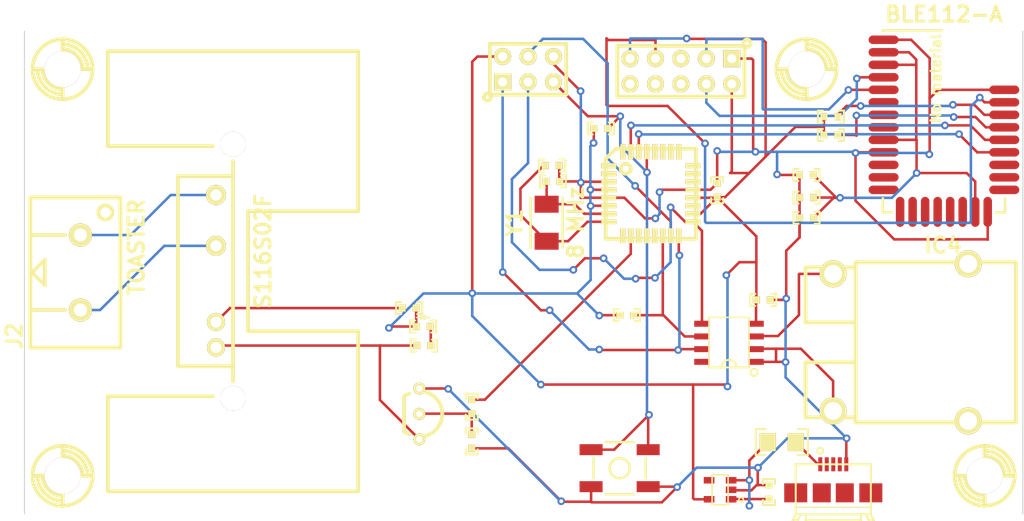
<source format=kicad_pcb>
(kicad_pcb (version 3) (host pcbnew "(2013-05-31 BZR 4019)-stable")

  (general
    (links 83)
    (no_connects 0)
    (area 208.6356 129.2021 311.74978 255.9984)
    (thickness 1.6)
    (drawings 4)
    (tracks 424)
    (zones 0)
    (modules 35)
    (nets 28)
  )

  (page A3)
  (layers
    (15 F.Cu signal)
    (0 B.Cu signal)
    (16 B.Adhes user)
    (17 F.Adhes user)
    (18 B.Paste user)
    (19 F.Paste user)
    (20 B.SilkS user)
    (21 F.SilkS user)
    (22 B.Mask user)
    (23 F.Mask user)
    (24 Dwgs.User user)
    (25 Cmts.User user)
    (26 Eco1.User user)
    (27 Eco2.User user)
    (28 Edge.Cuts user)
  )

  (setup
    (last_trace_width 0.254)
    (trace_clearance 0.254)
    (zone_clearance 0.508)
    (zone_45_only no)
    (trace_min 0.1524)
    (segment_width 0.2)
    (edge_width 0.1)
    (via_size 0.762)
    (via_drill 0.381)
    (via_min_size 0.6858)
    (via_min_drill 0.3302)
    (uvia_size 0.508)
    (uvia_drill 0.127)
    (uvias_allowed no)
    (uvia_min_size 0.508)
    (uvia_min_drill 0.127)
    (pcb_text_width 0.3)
    (pcb_text_size 1.5 1.5)
    (mod_edge_width 0.15)
    (mod_text_size 1 1)
    (mod_text_width 0.15)
    (pad_size 1.55 0.6)
    (pad_drill 0)
    (pad_to_mask_clearance 0)
    (aux_axis_origin 0 0)
    (visible_elements 7FFFFFFF)
    (pcbplotparams
      (layerselection 3178497)
      (usegerberextensions true)
      (excludeedgelayer true)
      (linewidth 0.150000)
      (plotframeref false)
      (viasonmask false)
      (mode 1)
      (useauxorigin false)
      (hpglpennumber 1)
      (hpglpenspeed 20)
      (hpglpendiameter 15)
      (hpglpenoverlay 2)
      (psnegative false)
      (psa4output false)
      (plotreference true)
      (plotvalue true)
      (plotothertext true)
      (plotinvisibletext false)
      (padsonsilk false)
      (subtractmaskfromsilk false)
      (outputformat 1)
      (mirror false)
      (drillshape 1)
      (scaleselection 1)
      (outputdirectory ""))
  )

  (net 0 "")
  (net 1 /BTRESET)
  (net 2 /DC)
  (net 3 /DD)
  (net 4 /HEAT)
  (net 5 /MISO)
  (net 6 /MOSI)
  (net 7 /RESET)
  (net 8 /RX)
  (net 9 /RXD)
  (net 10 /SCK)
  (net 11 /SSB)
  (net 12 /VIN)
  (net 13 GND)
  (net 14 N-0000021)
  (net 15 N-0000028)
  (net 16 N-0000029)
  (net 17 N-000003)
  (net 18 N-0000036)
  (net 19 N-0000038)
  (net 20 N-0000039)
  (net 21 N-0000040)
  (net 22 N-0000054)
  (net 23 N-0000058)
  (net 24 N-0000059)
  (net 25 N-0000060)
  (net 26 N-0000061)
  (net 27 VCC)

  (net_class Default "This is the default net class."
    (clearance 0.254)
    (trace_width 0.254)
    (via_dia 0.762)
    (via_drill 0.381)
    (uvia_dia 0.508)
    (uvia_drill 0.127)
    (add_net "")
    (add_net /BTRESET)
    (add_net /DC)
    (add_net /DD)
    (add_net /HEAT)
    (add_net /MISO)
    (add_net /MOSI)
    (add_net /RESET)
    (add_net /RX)
    (add_net /RXD)
    (add_net /SCK)
    (add_net /SSB)
    (add_net /VIN)
    (add_net GND)
    (add_net N-0000021)
    (add_net N-0000028)
    (add_net N-0000029)
    (add_net N-000003)
    (add_net N-0000036)
    (add_net N-0000038)
    (add_net N-0000039)
    (add_net N-0000040)
    (add_net N-0000054)
    (add_net N-0000058)
    (add_net N-0000059)
    (add_net N-0000060)
    (add_net N-0000061)
    (add_net VCC)
  )

  (module XTAL_TXC_7A (layer F.Cu) (tedit 51246C04) (tstamp 51B6142B)
    (at 262.9662 181.7116 270)
    (path /51B24767)
    (fp_text reference Y1 (at 0 3.2004 270) (layer F.SilkS)
      (effects (font (size 1.524 1.524) (thickness 0.3048)))
    )
    (fp_text value "8 MHz" (at 0 -2.90068 270) (layer F.SilkS)
      (effects (font (size 1.524 1.524) (thickness 0.3048)))
    )
    (fp_line (start 2.49936 1.6002) (end -2.49936 1.6002) (layer F.SilkS) (width 0.254))
    (fp_line (start -2.49936 -1.6002) (end 2.49936 -1.6002) (layer F.SilkS) (width 0.254))
    (pad 1 smd rect (at -1.84912 0) (size 2.4003 1.69926)
      (layers F.Cu F.Paste F.Mask)
      (net 24 N-0000059)
    )
    (pad 2 smd rect (at 1.84912 0) (size 2.4003 1.69926)
      (layers F.Cu F.Paste F.Mask)
      (net 22 N-0000054)
    )
  )

  (module TQFP32_7mm (layer F.Cu) (tedit 5186F557) (tstamp 51B61455)
    (at 273.3675 178.816)
    (tags "QFP TQFP 32")
    (path /51B2472F)
    (solder_paste_margin -0.254)
    (fp_text reference IC1 (at 0 7.00024) (layer F.SilkS) hide
      (effects (font (size 1.524 1.524) (thickness 0.3048)))
    )
    (fp_text value ATMEGA328P_TQFP (at -1.99898 -6.49986) (layer F.SilkS) hide
      (effects (font (size 1.524 1.524) (thickness 0.3048)))
    )
    (fp_circle (center -2.49936 -2.49936) (end -2.49936 -2.99974) (layer F.SilkS) (width 0.381))
    (fp_line (start -4.50088 -3.50012) (end -3.50012 -4.50088) (layer F.SilkS) (width 0.381))
    (fp_line (start -3.50012 -4.50088) (end 4.50088 -4.50088) (layer F.SilkS) (width 0.381))
    (fp_line (start 4.50088 -4.50088) (end 4.50088 4.50088) (layer F.SilkS) (width 0.381))
    (fp_line (start 4.50088 4.50088) (end -4.50088 4.50088) (layer F.SilkS) (width 0.381))
    (fp_line (start -4.50088 4.50088) (end -4.50088 -3.50012) (layer F.SilkS) (width 0.381))
    (pad 1 smd rect (at -4.20116 -2.79908) (size 1.50114 0.50038)
      (layers F.Cu F.Paste F.SilkS F.Mask)
    )
    (pad 2 smd rect (at -4.20116 -1.99898) (size 1.50114 0.50038)
      (layers F.Cu F.Paste F.SilkS F.Mask)
    )
    (pad 3 smd rect (at -4.20116 -1.19888) (size 1.50114 0.50038)
      (layers F.Cu F.Paste F.SilkS F.Mask)
      (net 13 GND)
    )
    (pad 4 smd rect (at -4.20116 -0.39878) (size 1.50114 0.50038)
      (layers F.Cu F.Paste F.SilkS F.Mask)
      (net 27 VCC)
    )
    (pad 5 smd rect (at -4.20116 0.39878) (size 1.50114 0.50038)
      (layers F.Cu F.Paste F.SilkS F.Mask)
      (net 13 GND)
    )
    (pad 6 smd rect (at -4.20116 1.19888) (size 1.50114 0.50038)
      (layers F.Cu F.Paste F.SilkS F.Mask)
      (net 27 VCC)
    )
    (pad 7 smd rect (at -4.20116 1.99898) (size 1.50114 0.50038)
      (layers F.Cu F.Paste F.SilkS F.Mask)
      (net 24 N-0000059)
    )
    (pad 8 smd rect (at -4.20116 2.79908) (size 1.50114 0.50038)
      (layers F.Cu F.Paste F.SilkS F.Mask)
      (net 22 N-0000054)
    )
    (pad 9 smd rect (at -2.79908 4.20116 90) (size 1.50114 0.50038)
      (layers F.Cu F.Paste F.SilkS F.Mask)
    )
    (pad 10 smd rect (at -1.99898 4.20116 90) (size 1.50114 0.50038)
      (layers F.Cu F.Paste F.SilkS F.Mask)
      (net 4 /HEAT)
    )
    (pad 11 smd rect (at -1.19888 4.20116 90) (size 1.50114 0.50038)
      (layers F.Cu F.Paste F.SilkS F.Mask)
    )
    (pad 12 smd rect (at -0.39878 4.20116 90) (size 1.50114 0.50038)
      (layers F.Cu F.Paste F.SilkS F.Mask)
    )
    (pad 13 smd rect (at 0.39878 4.20116 90) (size 1.50114 0.50038)
      (layers F.Cu F.Paste F.SilkS F.Mask)
    )
    (pad 14 smd rect (at 1.19888 4.20116 90) (size 1.50114 0.50038)
      (layers F.Cu F.Paste F.SilkS F.Mask)
      (net 11 /SSB)
    )
    (pad 15 smd rect (at 1.99898 4.20116 90) (size 1.50114 0.50038)
      (layers F.Cu F.Paste F.SilkS F.Mask)
      (net 6 /MOSI)
    )
    (pad 16 smd rect (at 2.79908 4.20116 90) (size 1.50114 0.50038)
      (layers F.Cu F.Paste F.SilkS F.Mask)
      (net 5 /MISO)
    )
    (pad 17 smd rect (at 4.20116 2.79908 180) (size 1.50114 0.50038)
      (layers F.Cu F.Paste F.SilkS F.Mask)
      (net 10 /SCK)
    )
    (pad 18 smd rect (at 4.20116 1.99898 180) (size 1.50114 0.50038)
      (layers F.Cu F.Paste F.SilkS F.Mask)
      (net 27 VCC)
    )
    (pad 19 smd rect (at 4.20116 1.19888 180) (size 1.50114 0.50038)
      (layers F.Cu F.Paste F.SilkS F.Mask)
    )
    (pad 20 smd rect (at 4.20116 0.39878 180) (size 1.50114 0.50038)
      (layers F.Cu F.Paste F.SilkS F.Mask)
      (net 27 VCC)
    )
    (pad 21 smd rect (at 4.20116 -0.39878 180) (size 1.50114 0.50038)
      (layers F.Cu F.Paste F.SilkS F.Mask)
      (net 13 GND)
    )
    (pad 22 smd rect (at 4.20116 -1.19888 180) (size 1.50114 0.50038)
      (layers F.Cu F.Paste F.SilkS F.Mask)
    )
    (pad 23 smd rect (at 4.20116 -1.99898 180) (size 1.50114 0.50038)
      (layers F.Cu F.Paste F.SilkS F.Mask)
    )
    (pad 24 smd rect (at 4.20116 -2.79908 180) (size 1.50114 0.50038)
      (layers F.Cu F.Paste F.SilkS F.Mask)
    )
    (pad 25 smd rect (at 2.79908 -4.20116 270) (size 1.50114 0.50038)
      (layers F.Cu F.Paste F.SilkS F.Mask)
    )
    (pad 26 smd rect (at 1.99898 -4.20116 270) (size 1.50114 0.50038)
      (layers F.Cu F.Paste F.SilkS F.Mask)
    )
    (pad 27 smd rect (at 1.19888 -4.20116 270) (size 1.50114 0.50038)
      (layers F.Cu F.Paste F.SilkS F.Mask)
    )
    (pad 28 smd rect (at 0.39878 -4.20116 270) (size 1.50114 0.50038)
      (layers F.Cu F.Paste F.SilkS F.Mask)
    )
    (pad 29 smd rect (at -0.39878 -4.20116 270) (size 1.50114 0.50038)
      (layers F.Cu F.Paste F.SilkS F.Mask)
      (net 7 /RESET)
    )
    (pad 30 smd rect (at -1.19888 -4.20116 270) (size 1.50114 0.50038)
      (layers F.Cu F.Paste F.SilkS F.Mask)
      (net 9 /RXD)
    )
    (pad 31 smd rect (at -1.99898 -4.20116 270) (size 1.50114 0.50038)
      (layers F.Cu F.Paste F.SilkS F.Mask)
      (net 8 /RX)
    )
    (pad 32 smd rect (at -2.79908 -4.20116 270) (size 1.50114 0.50038)
      (layers F.Cu F.Paste F.SilkS F.Mask)
    )
  )

  (module TO92 (layer F.Cu) (tedit 512C0CA6) (tstamp 51B61461)
    (at 250.2535 200.8251 270)
    (path /51B5F30D)
    (fp_text reference Q1 (at 2.286 3.048 270) (layer F.SilkS) hide
      (effects (font (size 1.524 1.524) (thickness 0.3048)))
    )
    (fp_text value 2N3904 (at -1.778 -3.302 270) (layer F.SilkS) hide
      (effects (font (size 1.524 1.524) (thickness 0.3048)))
    )
    (fp_line (start 1.778 1.524) (end 2.032 1.016) (layer F.SilkS) (width 0.381))
    (fp_line (start -1.778 1.524) (end -2.032 1.016) (layer F.SilkS) (width 0.381))
    (fp_line (start -1.778 1.524) (end 1.778 1.524) (layer F.SilkS) (width 0.381))
    (fp_arc (start 0 0) (end -2.286 0) (angle 90) (layer F.SilkS) (width 0.381))
    (fp_arc (start 0 0) (end 0 -2.286) (angle 90) (layer F.SilkS) (width 0.381))
    (pad 1 thru_hole circle (at -2.54 0 270) (size 1.19888 1.19888) (drill 0.65024)
      (layers *.Cu *.Mask F.SilkS)
      (net 13 GND)
    )
    (pad 2 thru_hole circle (at 0 0 270) (size 1.19888 1.19888) (drill 0.65024)
      (layers *.Cu *.Mask F.SilkS)
      (net 26 N-0000061)
    )
    (pad 3 thru_hole circle (at 2.54 0 270) (size 1.19888 1.19888) (drill 0.65024)
      (layers *.Cu *.Mask F.SilkS)
      (net 19 N-0000038)
    )
  )

  (module THERMOCOUPLE_MINI_PCC-SMP (layer F.Cu) (tedit 512C07D6) (tstamp 51B63A01)
    (at 298.323 193.675)
    (path /51B24898)
    (fp_text reference TC1 (at 0 11.00074) (layer F.SilkS) hide
      (effects (font (size 1.524 1.524) (thickness 0.3048)))
    )
    (fp_text value THERMOCOUPLE (at -3.50012 -9.4996) (layer F.SilkS) hide
      (effects (font (size 1.524 1.524) (thickness 0.3048)))
    )
    (fp_line (start -4.50088 1.99898) (end -9.4996 1.99898) (layer F.SilkS) (width 0.381))
    (fp_line (start -9.4996 1.99898) (end -9.4996 7.50062) (layer F.SilkS) (width 0.381))
    (fp_line (start -9.4996 7.50062) (end -4.50088 7.50062) (layer F.SilkS) (width 0.381))
    (fp_line (start -4.50088 -7.50062) (end -9.4996 -7.50062) (layer F.SilkS) (width 0.381))
    (fp_line (start -9.4996 -7.50062) (end -9.4996 -1.99898) (layer F.SilkS) (width 0.381))
    (fp_line (start -9.4996 -1.99898) (end -4.50088 -1.99898) (layer F.SilkS) (width 0.381))
    (fp_line (start 11.50112 -8.001) (end -4.50088 -8.001) (layer F.SilkS) (width 0.381))
    (fp_line (start -4.50088 -8.001) (end -4.50088 8.001) (layer F.SilkS) (width 0.381))
    (fp_line (start -4.50088 8.001) (end 11.50112 8.001) (layer F.SilkS) (width 0.381))
    (fp_line (start 11.50112 -8.001) (end 11.50112 8.001) (layer F.SilkS) (width 0.381))
    (pad 1 thru_hole circle (at -6.74878 -6.85038) (size 2.70002 2.70002) (drill 1.77038)
      (layers *.Cu *.Mask F.SilkS)
      (net 17 N-000003)
    )
    (pad 2 thru_hole circle (at -6.74878 6.85038) (size 2.70002 2.70002) (drill 1.77038)
      (layers *.Cu *.Mask F.SilkS)
      (net 13 GND)
    )
    (pad "" thru_hole circle (at 6.74878 -7.85114) (size 2.70002 2.70002) (drill 1.77038)
      (layers *.Cu *.Mask F.SilkS)
    )
    (pad "" thru_hole circle (at 6.74878 7.85114) (size 2.70002 2.70002) (drill 1.77038)
      (layers *.Cu *.Mask F.SilkS)
    )
  )

  (module SPST_4-pin-sm (layer F.Cu) (tedit 519BAD28) (tstamp 51B641FC)
    (at 270.256 206.248 180)
    (path /51B2558B)
    (solder_mask_margin 0.2)
    (solder_paste_margin -0.1)
    (clearance 0.2)
    (attr smd)
    (fp_text reference S1 (at 0 4.572 180) (layer F.SilkS) hide
      (effects (font (size 1.524 1.524) (thickness 0.3048)))
    )
    (fp_text value RESET (at 0 -4.064 180) (layer F.SilkS) hide
      (effects (font (size 1.524 1.524) (thickness 0.3048)))
    )
    (fp_circle (center 0 0) (end 0 -1) (layer F.SilkS) (width 0.254))
    (fp_line (start -2.60096 1.00076) (end -2.60096 -1.00076) (layer F.SilkS) (width 0.254))
    (fp_line (start -1.39954 2.60096) (end 1.39954 2.60096) (layer F.SilkS) (width 0.254))
    (fp_line (start 1.39954 -2.60096) (end -1.39954 -2.60096) (layer F.SilkS) (width 0.254))
    (fp_line (start 2.60096 1.00076) (end 2.60096 -1.00076) (layer F.SilkS) (width 0.254))
    (pad 1 smd rect (at -2.84988 -1.84912 180) (size 2.30124 1.09982)
      (layers F.Cu F.Paste F.Mask)
      (net 13 GND)
    )
    (pad 1 smd rect (at 2.84988 -1.84912 180) (size 2.30124 1.09982)
      (layers F.Cu F.Paste F.Mask)
      (net 13 GND)
    )
    (pad 2 smd rect (at -2.84988 1.84912 180) (size 2.30124 1.09982)
      (layers F.Cu F.Paste F.Mask)
      (net 7 /RESET)
    )
    (pad 2 smd rect (at 2.84988 1.84912 180) (size 2.30124 1.09982)
      (layers F.Cu F.Paste F.Mask)
      (net 7 /RESET)
    )
  )

  (module SOT23-5 (layer F.Cu) (tedit 519CFFC5) (tstamp 51B6148E)
    (at 280.289 208.407 180)
    (path /51B5F2FF)
    (solder_mask_margin 0.1)
    (solder_paste_margin -0.025)
    (clearance 0.15)
    (attr smd)
    (fp_text reference IC2 (at 0 2.2 180) (layer F.SilkS) hide
      (effects (font (size 0.635 0.635) (thickness 0.127)))
    )
    (fp_text value MIC5205 (at 0 -2 180) (layer F.SilkS) hide
      (effects (font (size 0.635 0.635) (thickness 0.127)))
    )
    (fp_line (start -0.8 -1.5) (end -0.8 1.5) (layer F.SilkS) (width 0.15))
    (fp_line (start -0.8 1.5) (end 0.8 1.5) (layer F.SilkS) (width 0.15))
    (fp_line (start 0.8 1.5) (end 0.8 -1.5) (layer F.SilkS) (width 0.15))
    (fp_line (start 0.8 -1.5) (end -0.8 -1.5) (layer F.SilkS) (width 0.15))
    (fp_circle (center -2.1 -1) (end -2.2 -1.2) (layer F.SilkS) (width 0.15))
    (pad 1 smd rect (at -1.1 -0.95 180) (size 1.06 0.65)
      (layers F.Cu F.Paste F.Mask)
      (net 12 /VIN)
    )
    (pad 2 smd rect (at -1.1 0 180) (size 1.06 0.65)
      (layers F.Cu F.Paste F.Mask)
      (net 13 GND)
    )
    (pad 3 smd rect (at -1.1 0.95 180) (size 1.06 0.65)
      (layers F.Cu F.Paste F.Mask)
      (net 12 /VIN)
    )
    (pad 4 smd rect (at 1.1 0.95 180) (size 1.06 0.65)
      (layers F.Cu F.Paste F.Mask)
    )
    (pad 5 smd rect (at 1.1 -0.95 180) (size 1.06 0.65)
      (layers F.Cu F.Paste F.Mask)
      (net 27 VCC)
    )
  )

  (module SOIC8 (layer F.Cu) (tedit 51B60E56) (tstamp 51B614A1)
    (at 281.178 193.675 180)
    (path /51B24889)
    (solder_paste_margin -0.04)
    (attr smd)
    (fp_text reference IC3 (at 0 3.9 180) (layer F.SilkS) hide
      (effects (font (size 1 1) (thickness 0.15)))
    )
    (fp_text value MAX6675 (at 0 -4.2 180) (layer F.SilkS) hide
      (effects (font (size 1 1) (thickness 0.15)))
    )
    (fp_line (start -2 2.5) (end -2 -2.5) (layer F.SilkS) (width 0.15))
    (fp_line (start 2 -2.5) (end 2 2.5) (layer F.SilkS) (width 0.15))
    (fp_line (start 2 2.5) (end -2 2.5) (layer F.SilkS) (width 0.15))
    (fp_arc (start 0 -2.5) (end 0.75 -2.5) (angle 90) (layer F.SilkS) (width 0.2032))
    (fp_arc (start 0 -2.5) (end 0 -1.75) (angle 90) (layer F.SilkS) (width 0.2032))
    (fp_circle (center -2.5 -3) (end -2.25 -2.75) (layer F.SilkS) (width 0.2032))
    (fp_line (start 2 -2.5) (end -2 -2.5) (layer F.SilkS) (width 0.2032))
    (pad 1 smd rect (at -2.7 -1.945 180) (size 1.55 0.6)
      (layers F.Cu F.Paste F.Mask)
      (net 13 GND)
    )
    (pad 2 smd rect (at -2.7 -0.675 180) (size 1.55 0.6)
      (layers F.Cu F.Paste F.Mask)
      (net 13 GND)
    )
    (pad 3 smd rect (at -2.7 0.595 180) (size 1.55 0.6)
      (layers F.Cu F.Paste F.Mask)
      (net 17 N-000003)
    )
    (pad 4 smd rect (at -2.7 1.865 180) (size 1.55 0.6)
      (layers F.Cu F.Paste F.Mask)
      (net 27 VCC)
    )
    (pad 5 smd rect (at 2.7 1.865 180) (size 1.55 0.6)
      (layers F.Cu F.Paste F.Mask)
      (net 10 /SCK)
    )
    (pad 6 smd rect (at 2.7 0.595 180) (size 1.55 0.6)
      (layers F.Cu F.Paste F.Mask)
      (net 11 /SSB)
    )
    (pad 7 smd rect (at 2.7 -0.675 180) (size 1.55 0.6)
      (layers F.Cu F.Paste F.Mask)
      (net 5 /MISO)
    )
    (pad 8 smd rect (at 2.7 -1.945 180) (size 1.55 0.6)
      (layers F.Cu F.Paste F.Mask)
    )
  )

  (module SHARP_SIP_SSR (layer F.Cu) (tedit 51328D46) (tstamp 51B614BE)
    (at 231.648 186.563 270)
    (path /51B26352)
    (fp_text reference K1 (at 0.50038 7.50062 270) (layer F.SilkS) hide
      (effects (font (size 1.524 1.524) (thickness 0.3048)))
    )
    (fp_text value S116S02F (at -1.99898 -2.99974 270) (layer F.SilkS)
      (effects (font (size 1.524 1.524) (thickness 0.3048)))
    )
    (fp_text user "OHMITE RA-T2X-38E" (at -14.00048 -8.001 270) (layer F.SilkS) hide
      (effects (font (size 0.89916 0.89916) (thickness 0.20066)))
    )
    (fp_text user HEATSINK (at -14.50086 -10.50036 270) (layer F.SilkS) hide
      (effects (font (size 1.524 1.524) (thickness 0.3048)))
    )
    (fp_line (start 12.49934 12.49934) (end 21.99894 12.49934) (layer F.SilkS) (width 0.381))
    (fp_line (start -12.49934 12.49934) (end -21.99894 12.49934) (layer F.SilkS) (width 0.381))
    (fp_line (start -9.4996 0) (end -11.00074 0) (layer F.SilkS) (width 0.381))
    (fp_line (start -12.49934 1.99898) (end -12.49934 12.49934) (layer F.SilkS) (width 0.381))
    (fp_line (start 12.49934 1.99898) (end 12.49934 12.49934) (layer F.SilkS) (width 0.381))
    (fp_line (start 9.4996 0) (end 11.00074 0) (layer F.SilkS) (width 0.381))
    (fp_line (start 5.99948 -12.49934) (end 21.99894 -12.49934) (layer F.SilkS) (width 0.381))
    (fp_line (start -5.99948 -12.49934) (end -21.99894 -12.49934) (layer F.SilkS) (width 0.381))
    (fp_line (start -5.99948 -1.50114) (end -5.99948 -12.49934) (layer F.SilkS) (width 0.381))
    (fp_line (start -5.99948 -1.50114) (end 5.99948 -1.50114) (layer F.SilkS) (width 0.381))
    (fp_line (start 5.99948 -1.50114) (end 5.99948 -12.49934) (layer F.SilkS) (width 0.381))
    (fp_line (start -21.99894 -12.49934) (end -21.99894 12.49934) (layer F.SilkS) (width 0.381))
    (fp_line (start 21.99894 12.49934) (end 21.99894 -12.49934) (layer F.SilkS) (width 0.381))
    (fp_line (start 9.4996 0) (end -9.4996 0) (layer F.SilkS) (width 0.381))
    (fp_line (start -9.4996 0) (end -9.4996 5.4991) (layer F.SilkS) (width 0.381))
    (fp_line (start -9.4996 5.4991) (end 9.4996 5.4991) (layer F.SilkS) (width 0.381))
    (fp_line (start 9.4996 5.4991) (end 9.4996 0) (layer F.SilkS) (width 0.381))
    (pad 1 thru_hole circle (at -7.62 1.69926 270) (size 1.99898 1.99898) (drill 1.09982)
      (layers *.Cu *.Mask F.SilkS)
      (net 20 N-0000039)
    )
    (pad 2 thru_hole circle (at -2.54 1.69926 270) (size 1.99898 1.99898) (drill 1.09982)
      (layers *.Cu *.Mask F.SilkS)
      (net 21 N-0000040)
    )
    (pad 3 thru_hole circle (at 5.08 1.69926 270) (size 1.80086 1.80086) (drill 1.09982)
      (layers *.Cu *.Mask F.SilkS)
      (net 25 N-0000060)
    )
    (pad 4 thru_hole circle (at 7.62 1.69926 270) (size 1.80086 1.80086) (drill 1.09982)
      (layers *.Cu *.Mask F.SilkS)
      (net 19 N-0000038)
    )
    (pad "" thru_hole circle (at 12.7 0 270) (size 2.49936 2.49936) (drill 2.49936)
      (layers *.Cu *.Mask F.SilkS)
    )
    (pad "" thru_hole circle (at -12.7 0 270) (size 2.49936 2.49936) (drill 2.49936)
      (layers *.Cu *.Mask F.SilkS)
    )
  )

  (module MICROUSB_sm (layer F.Cu) (tedit 519D122C) (tstamp 51B614DA)
    (at 291.592 208.661 90)
    (path /51B5F7C4)
    (solder_mask_margin 0.1)
    (solder_paste_margin -0.025)
    (clearance 0.15)
    (fp_text reference J1 (at 0 6.45 90) (layer F.SilkS) hide
      (effects (font (size 1.524 1.524) (thickness 0.3048)))
    )
    (fp_text value MICROUSB (at 0 -6.5 90) (layer F.SilkS) hide
      (effects (font (size 1.524 1.524) (thickness 0.3048)))
    )
    (fp_line (start 2.8 -3.75) (end -2.2 -3.75) (layer F.SilkS) (width 0.2))
    (fp_line (start -2.2 3.75) (end 2.8 3.75) (layer F.SilkS) (width 0.2))
    (fp_circle (center 4.15 -1.3) (end 4.15 -1.6) (layer F.SilkS) (width 0.2))
    (fp_line (start -2.2 -2.75) (end -2.8 -2.75) (layer F.SilkS) (width 0.2))
    (fp_line (start -2.8 -2.75) (end -2.8 2.75) (layer F.SilkS) (width 0.2))
    (fp_line (start -2.8 2.75) (end -2.2 2.75) (layer F.SilkS) (width 0.2))
    (fp_line (start -2.2 -3.25) (end -2.8 -3.55) (layer F.SilkS) (width 0.2))
    (fp_line (start -2.2 -3.75) (end -2.8 -4.05) (layer F.SilkS) (width 0.2))
    (fp_line (start -2.8 -4.05) (end -2.8 -3.55) (layer F.SilkS) (width 0.2))
    (fp_line (start -2.2 3.25) (end -2.8 3.55) (layer F.SilkS) (width 0.2))
    (fp_line (start -2.2 3.75) (end -2.8 4.05) (layer F.SilkS) (width 0.2))
    (fp_line (start -2.8 4.05) (end -2.8 3.55) (layer F.SilkS) (width 0.2))
    (fp_line (start -2.2 3.75) (end -2.2 -3.75) (layer F.SilkS) (width 0.2))
    (fp_line (start -1.5 3.75) (end -1.5 -3.75) (layer F.SilkS) (width 0.127))
    (fp_line (start 2.8 3.75) (end 2.8 -3.75) (layer F.SilkS) (width 0.2))
    (pad 1 smd rect (at 2.8 -1.3 90) (size 1.4 0.4)
      (layers F.Cu F.Paste F.Mask)
      (net 18 N-0000036)
    )
    (pad 2 smd rect (at 2.8 -0.65 90) (size 1.4 0.4)
      (layers F.Cu F.Paste F.Mask)
    )
    (pad 3 smd rect (at 2.8 0 90) (size 1.4 0.4)
      (layers F.Cu F.Paste F.Mask)
    )
    (pad 4 smd rect (at 2.8 0.65 90) (size 1.4 0.4)
      (layers F.Cu F.Paste F.Mask)
    )
    (pad 5 smd rect (at 2.8 1.3 90) (size 1.4 0.4)
      (layers F.Cu F.Paste F.Mask)
      (net 13 GND)
    )
    (pad "" smd rect (at -0.05 -3.75 90) (size 1.9 2.3)
      (layers F.Cu F.Paste F.Mask)
      (solder_paste_margin -0.2)
    )
    (pad "" smd rect (at -0.05 3.75 90) (size 1.9 2.3)
      (layers F.Cu F.Paste F.Mask)
      (solder_paste_margin -0.2)
    )
    (pad "" smd rect (at -0.05 1.15 90) (size 1.9 1.8)
      (layers F.Cu F.Paste F.Mask)
      (solder_paste_margin -0.2)
    )
    (pad "" smd rect (at -0.05 -1.15 90) (size 1.9 1.8)
      (layers F.Cu F.Paste F.Mask)
      (solder_paste_margin -0.2)
    )
  )

  (module ED110 (layer F.Cu) (tedit 513298C8) (tstamp 51B614EA)
    (at 216.408 186.69 270)
    (path /51B26361)
    (fp_text reference J2 (at 6.35 6.604 270) (layer F.SilkS)
      (effects (font (size 1.524 1.524) (thickness 0.3048)))
    )
    (fp_text value TOASTER (at -2.54 -5.588 270) (layer F.SilkS)
      (effects (font (size 1.524 1.524) (thickness 0.3048)))
    )
    (fp_line (start 0 4.826) (end 1.27 3.556) (layer F.SilkS) (width 0.381))
    (fp_line (start 1.27 3.556) (end -1.27 3.556) (layer F.SilkS) (width 0.381))
    (fp_line (start -1.27 3.556) (end 0 4.826) (layer F.SilkS) (width 0.381))
    (fp_line (start 3.7465 1.524) (end 3.7465 4.826) (layer F.SilkS) (width 0.381))
    (fp_line (start -3.7465 1.524) (end -3.7465 4.826) (layer F.SilkS) (width 0.381))
    (fp_circle (center -5.99948 -2.49936) (end -6.49986 -2.99974) (layer F.SilkS) (width 0.381))
    (fp_line (start 7.50062 -4.0005) (end -7.50062 -4.0005) (layer F.SilkS) (width 0.381))
    (fp_line (start -7.50062 -4.0005) (end -7.50062 5.00126) (layer F.SilkS) (width 0.381))
    (fp_line (start -7.50062 5.00126) (end 7.50062 5.00126) (layer F.SilkS) (width 0.381))
    (fp_line (start 7.50062 5.00126) (end 7.50062 -4.0005) (layer F.SilkS) (width 0.381))
    (pad 2 thru_hole circle (at -3.74904 0 270) (size 2.30124 2.30124) (drill 1.30048)
      (layers *.Cu *.Mask F.SilkS)
      (net 20 N-0000039)
    )
    (pad 1 thru_hole circle (at 3.74904 0 270) (size 2.30124 2.30124) (drill 1.30048)
      (layers *.Cu *.Mask F.SilkS)
      (net 21 N-0000040)
    )
  )

  (module BLE112-A (layer F.Cu) (tedit 51247648) (tstamp 51B61514)
    (at 302.641 171.577)
    (path /51B2487A)
    (fp_text reference IC4 (at -0.09906 12.40028) (layer F.SilkS)
      (effects (font (size 1.524 1.524) (thickness 0.3048)))
    )
    (fp_text value BLE112-A (at 0 -10.70102) (layer F.SilkS)
      (effects (font (size 1.524 1.524) (thickness 0.3048)))
    )
    (fp_line (start -6.10108 -8.99922) (end -6.10108 -9.10082) (layer F.SilkS) (width 0.254))
    (fp_line (start -6.10108 -9.10082) (end -0.20066 -9.10082) (layer F.SilkS) (width 0.254))
    (fp_text user "No material" (at -0.8001 -4.30022 90) (layer F.SilkS)
      (effects (font (size 1.00076 1.00076) (thickness 0.20066)))
    )
    (fp_line (start -6.10108 9.10082) (end -5.19938 9.10082) (layer F.SilkS) (width 0.254))
    (fp_line (start -6.10108 9.10082) (end -6.10108 7.69874) (layer F.SilkS) (width 0.254))
    (fp_line (start 6.10108 9.10082) (end 6.10108 7.69874) (layer F.SilkS) (width 0.254))
    (fp_line (start 6.10108 9.10082) (end 5.19938 9.10082) (layer F.SilkS) (width 0.254))
    (pad 1 smd oval (at -6.02488 -8.15086) (size 2.99974 0.8509)
      (layers F.Cu F.Paste F.Mask)
      (net 13 GND)
    )
    (pad 2 smd oval (at -6.02488 -6.90118) (size 2.99974 0.8509)
      (layers F.Cu F.Paste F.Mask)
      (net 23 N-0000058)
    )
    (pad 3 smd oval (at -6.02488 -5.64896) (size 2.99974 0.8509)
      (layers F.Cu F.Paste F.Mask)
      (net 23 N-0000058)
    )
    (pad 4 smd oval (at -6.02488 -4.39928) (size 2.99974 0.8509)
      (layers F.Cu F.Paste F.Mask)
      (net 3 /DD)
    )
    (pad 5 smd oval (at -6.02488 -3.1496) (size 2.99974 0.8509)
      (layers F.Cu F.Paste F.Mask)
      (net 2 /DC)
    )
    (pad 6 smd oval (at -6.02488 -1.89992) (size 2.99974 0.8509)
      (layers F.Cu F.Paste F.Mask)
    )
    (pad 7 smd oval (at -6.02488 -0.65024) (size 2.99974 0.8509)
      (layers F.Cu F.Paste F.Mask)
    )
    (pad 8 smd oval (at -6.02488 0.59944) (size 2.99974 0.8509)
      (layers F.Cu F.Paste F.Mask)
    )
    (pad 9 smd oval (at -6.02488 1.84912) (size 2.99974 0.8509)
      (layers F.Cu F.Paste F.Mask)
      (net 23 N-0000058)
    )
    (pad 10 smd oval (at -6.02488 3.0988) (size 2.99974 0.8509)
      (layers F.Cu F.Paste F.Mask)
      (net 13 GND)
    )
    (pad 11 smd oval (at -6.02488 4.35102) (size 2.99974 0.8509)
      (layers F.Cu F.Paste F.Mask)
    )
    (pad 12 smd oval (at -6.02488 5.6007) (size 2.99974 0.8509)
      (layers F.Cu F.Paste F.Mask)
    )
    (pad 13 smd oval (at -6.02488 6.85038) (size 2.99974 0.8509)
      (layers F.Cu F.Paste F.Mask)
    )
    (pad 14 smd oval (at -4.37388 9.05002 90) (size 2.99974 0.8509)
      (layers F.Cu F.Paste F.Mask)
    )
    (pad 15 smd oval (at -3.1242 9.05002 90) (size 2.99974 0.8509)
      (layers F.Cu F.Paste F.Mask)
    )
    (pad 16 smd oval (at -1.87452 9.05002 90) (size 2.99974 0.8509)
      (layers F.Cu F.Paste F.Mask)
    )
    (pad 17 smd oval (at -0.62484 9.05002 90) (size 2.99974 0.8509)
      (layers F.Cu F.Paste F.Mask)
    )
    (pad 18 smd oval (at 0.62484 9.05002 90) (size 2.99974 0.8509)
      (layers F.Cu F.Paste F.Mask)
    )
    (pad 19 smd oval (at 1.87452 9.05002 90) (size 2.99974 0.8509)
      (layers F.Cu F.Paste F.Mask)
    )
    (pad 20 smd oval (at 3.1242 9.05002 90) (size 2.99974 0.8509)
      (layers F.Cu F.Paste F.Mask)
      (net 23 N-0000058)
    )
    (pad 21 smd oval (at 4.37388 9.05002 90) (size 2.99974 0.8509)
      (layers F.Cu F.Paste F.Mask)
      (net 13 GND)
    )
    (pad 22 smd oval (at 6.02488 6.85038) (size 2.99974 0.8509)
      (layers F.Cu F.Paste F.Mask)
    )
    (pad 23 smd oval (at 6.02488 5.6007) (size 2.99974 0.8509)
      (layers F.Cu F.Paste F.Mask)
    )
    (pad 24 smd oval (at 6.02488 4.35102) (size 2.99974 0.8509)
      (layers F.Cu F.Paste F.Mask)
    )
    (pad 25 smd oval (at 6.02488 3.0988) (size 2.99974 0.8509)
      (layers F.Cu F.Paste F.Mask)
      (net 9 /RXD)
    )
    (pad 26 smd oval (at 6.02488 1.84912) (size 2.99974 0.8509)
      (layers F.Cu F.Paste F.Mask)
      (net 8 /RX)
    )
    (pad 27 smd oval (at 6.02488 0.59944) (size 2.99974 0.8509)
      (layers F.Cu F.Paste F.Mask)
      (net 14 N-0000021)
    )
    (pad 28 smd oval (at 6.02488 -0.65024) (size 2.99974 0.8509)
      (layers F.Cu F.Paste F.Mask)
      (net 15 N-0000028)
    )
    (pad 29 smd oval (at 6.02488 -1.89992) (size 2.99974 0.8509)
      (layers F.Cu F.Paste F.Mask)
      (net 1 /BTRESET)
    )
    (pad 30 smd oval (at 6.02488 -3.1496) (size 2.99974 0.8509)
      (layers F.Cu F.Paste F.Mask)
      (net 13 GND)
    )
    (pad "" smd rect (at 4.0005 -6.35) (size 8.001 5.4991)
      (layers *.Mask)
    )
  )

  (module 2x5-array (layer F.Cu) (tedit 519D23D2) (tstamp 51B61529)
    (at 276.3774 166.5732 270)
    (path /51B60893)
    (fp_text reference J3 (at 0 8.89 270) (layer F.SilkS) hide
      (effects (font (size 1.524 1.524) (thickness 0.3048)))
    )
    (fp_text value CC_ISP (at 0 -8.89 270) (layer F.SilkS) hide
      (effects (font (size 1.524 1.524) (thickness 0.3048)))
    )
    (fp_line (start 2.54 6.35) (end -2.54 6.35) (layer F.SilkS) (width 0.381))
    (fp_line (start -2.54 6.35) (end -2.54 1.27) (layer F.SilkS) (width 0.381))
    (fp_line (start 2.54 6.35) (end 2.54 1.27) (layer F.SilkS) (width 0.381))
    (fp_circle (center -2.794 -6.604) (end -2.54 -6.35) (layer F.SilkS) (width 0.381))
    (fp_line (start 2.54 -6.35) (end -2.54 -6.35) (layer F.SilkS) (width 0.381))
    (fp_line (start -2.54 -6.35) (end -2.54 1.27) (layer F.SilkS) (width 0.381))
    (fp_line (start 2.54 1.27) (end 2.54 -6.35) (layer F.SilkS) (width 0.381))
    (pad 10 thru_hole circle (at 1.27 5.08 270) (size 1.7 1.7) (drill 0.9)
      (layers *.Cu *.Mask F.SilkS)
    )
    (pad 9 thru_hole circle (at -1.27 5.08 270) (size 1.7 1.7) (drill 0.9)
      (layers *.Cu *.Mask F.SilkS)
      (net 27 VCC)
    )
    (pad 8 thru_hole circle (at 1.27 2.54 270) (size 1.7 1.7) (drill 0.9)
      (layers *.Cu *.Mask F.SilkS)
    )
    (pad 7 thru_hole circle (at -1.27 2.54 270) (size 1.7 1.7) (drill 0.9)
      (layers *.Cu *.Mask F.SilkS)
      (net 1 /BTRESET)
    )
    (pad 1 thru_hole rect (at -1.27 -5.08 270) (size 1.7 1.7) (drill 0.9)
      (layers *.Cu *.Mask F.SilkS)
      (net 13 GND)
    )
    (pad 2 thru_hole circle (at 1.27 -5.08 270) (size 1.7 1.7) (drill 0.9)
      (layers *.Cu *.Mask F.SilkS)
      (net 27 VCC)
    )
    (pad 3 thru_hole circle (at -1.27 -2.54 270) (size 1.7 1.7) (drill 0.9)
      (layers *.Cu *.Mask F.SilkS)
      (net 2 /DC)
    )
    (pad 4 thru_hole circle (at 1.27 -2.54 270) (size 1.7 1.7) (drill 0.9)
      (layers *.Cu *.Mask F.SilkS)
      (net 3 /DD)
    )
    (pad 5 thru_hole circle (at -1.27 0 270) (size 1.7 1.7) (drill 0.9)
      (layers *.Cu *.Mask F.SilkS)
    )
    (pad 6 thru_hole circle (at 1.27 0 270) (size 1.7 1.7) (drill 0.9)
      (layers *.Cu *.Mask F.SilkS)
    )
  )

  (module 2x3-array (layer F.Cu) (tedit 519D2296) (tstamp 51B61538)
    (at 261.112 166.37 90)
    (path /51B2473E)
    (fp_text reference P1 (at 0 5.5 90) (layer F.SilkS) hide
      (effects (font (size 1.524 1.524) (thickness 0.3048)))
    )
    (fp_text value AVR_ISP (at 0 -6 90) (layer F.SilkS) hide
      (effects (font (size 1.524 1.524) (thickness 0.3048)))
    )
    (fp_circle (center -2.794 -4.064) (end -2.54 -3.81) (layer F.SilkS) (width 0.381))
    (fp_line (start 2.54 -3.81) (end -2.54 -3.81) (layer F.SilkS) (width 0.381))
    (fp_line (start -2.54 -3.81) (end -2.54 3.81) (layer F.SilkS) (width 0.381))
    (fp_line (start -2.54 3.81) (end 2.54 3.81) (layer F.SilkS) (width 0.381))
    (fp_line (start 2.54 3.81) (end 2.54 -3.81) (layer F.SilkS) (width 0.381))
    (pad 1 thru_hole rect (at -1.27 -2.54 90) (size 1.7 1.7) (drill 0.9)
      (layers *.Cu *.Mask F.SilkS)
      (net 5 /MISO)
    )
    (pad 2 thru_hole circle (at 1.27 -2.54 90) (size 1.7 1.7) (drill 0.9)
      (layers *.Cu *.Mask F.SilkS)
      (net 27 VCC)
    )
    (pad 3 thru_hole circle (at -1.27 0 90) (size 1.7 1.7) (drill 0.9)
      (layers *.Cu *.Mask F.SilkS)
      (net 10 /SCK)
    )
    (pad 4 thru_hole circle (at 1.27 0 90) (size 1.7 1.7) (drill 0.9)
      (layers *.Cu *.Mask F.SilkS)
      (net 6 /MOSI)
    )
    (pad 5 thru_hole circle (at -1.27 2.54 90) (size 1.7 1.7) (drill 0.9)
      (layers *.Cu *.Mask F.SilkS)
      (net 7 /RESET)
    )
    (pad 6 thru_hole circle (at 1.27 2.54 90) (size 1.7 1.7) (drill 0.9)
      (layers *.Cu *.Mask F.SilkS)
      (net 13 GND)
    )
  )

  (module "1206(3216m)" (layer F.Cu) (tedit 519CEA4F) (tstamp 51B61544)
    (at 286.4485 203.6445 180)
    (path /51B5F5C8)
    (attr smd)
    (fp_text reference F1 (at 0 2.6 180) (layer F.SilkS) hide
      (effects (font (size 1.524 1.524) (thickness 0.3048)))
    )
    (fp_text value 500mA (at 0 -2.4 180) (layer F.SilkS) hide
      (effects (font (size 1.524 1.524) (thickness 0.3048)))
    )
    (fp_line (start -2.6 1.3) (end -2.6 -1.3) (layer F.SilkS) (width 0.2))
    (fp_line (start -2.6 -1.3) (end -1.6 -1.3) (layer F.SilkS) (width 0.2))
    (fp_line (start -2.6 1.3) (end -1.6 1.3) (layer F.SilkS) (width 0.2))
    (fp_line (start 2.6 -1.3) (end 2.6 1.3) (layer F.SilkS) (width 0.2))
    (fp_line (start 2.6 1.3) (end 1.6 1.3) (layer F.SilkS) (width 0.2))
    (fp_line (start 2.6 -1.3) (end 1.6 -1.3) (layer F.SilkS) (width 0.2))
    (pad 1 smd rect (at -1.4 0 180) (size 1.6 1.8)
      (layers F.Cu F.Paste F.SilkS F.Mask)
      (net 18 N-0000036)
    )
    (pad 2 smd rect (at 1.4 0 180) (size 1.6 1.8)
      (layers F.Cu F.Paste F.SilkS F.Mask)
      (net 12 /VIN)
    )
  )

  (module "0603(1608m)_led" (layer F.Cu) (tedit 51B11AEB) (tstamp 51B61556)
    (at 250.6345 192.0875)
    (path /51B5EE1C)
    (solder_paste_margin -0.025)
    (attr smd)
    (fp_text reference LED1 (at 0 2.1) (layer F.SilkS) hide
      (effects (font (size 1.524 1.524) (thickness 0.3048)))
    )
    (fp_text value HEAT_ON (at 0 -2.7) (layer F.SilkS) hide
      (effects (font (size 1.524 1.524) (thickness 0.3048)))
    )
    (fp_line (start -0.2 -0.9) (end -0.7 -0.9) (layer F.SilkS) (width 0.127))
    (fp_line (start 0.2 -0.9) (end 0.7 -0.9) (layer F.SilkS) (width 0.127))
    (fp_line (start -0.2 -0.9) (end 0.2 -1.1) (layer F.SilkS) (width 0.127))
    (fp_line (start 0.2 -1.1) (end 0.2 -0.7) (layer F.SilkS) (width 0.127))
    (fp_line (start 0.2 -0.7) (end -0.2 -0.9) (layer F.SilkS) (width 0.127))
    (fp_line (start -0.2 -0.7) (end -0.2 -1.1) (layer F.SilkS) (width 0.127))
    (fp_line (start -1.3 0.6) (end -1.3 -0.6) (layer F.SilkS) (width 0.2))
    (fp_line (start -1.3 -0.6) (end -0.8 -0.6) (layer F.SilkS) (width 0.2))
    (fp_line (start -1.3 0.6) (end -0.8 0.6) (layer F.SilkS) (width 0.2))
    (fp_line (start 1.3 -0.6) (end 1.3 0.6) (layer F.SilkS) (width 0.2))
    (fp_line (start 1.3 0.6) (end 0.8 0.6) (layer F.SilkS) (width 0.2))
    (fp_line (start 1.3 -0.6) (end 0.8 -0.6) (layer F.SilkS) (width 0.2))
    (pad 1 smd rect (at -0.7 0) (size 0.7 0.7)
      (layers F.Cu F.Paste F.SilkS F.Mask)
      (net 27 VCC)
    )
    (pad 2 smd rect (at 0.7 0) (size 0.7 0.7)
      (layers F.Cu F.Paste F.SilkS F.Mask)
      (net 16 N-0000029)
    )
  )

  (module "0603(1608m)" (layer F.Cu) (tedit 519CEABD) (tstamp 51B61562)
    (at 279.9969 178.4604 90)
    (path /51B249D6)
    (solder_paste_margin -0.025)
    (attr smd)
    (fp_text reference C3 (at 0 2.1 90) (layer F.SilkS) hide
      (effects (font (size 1.524 1.524) (thickness 0.3048)))
    )
    (fp_text value 0.1uF (at 0 -1.9 90) (layer F.SilkS) hide
      (effects (font (size 1.524 1.524) (thickness 0.3048)))
    )
    (fp_line (start -1.3 0.6) (end -1.3 -0.6) (layer F.SilkS) (width 0.2))
    (fp_line (start -1.3 -0.6) (end -0.8 -0.6) (layer F.SilkS) (width 0.2))
    (fp_line (start -1.3 0.6) (end -0.8 0.6) (layer F.SilkS) (width 0.2))
    (fp_line (start 1.3 -0.6) (end 1.3 0.6) (layer F.SilkS) (width 0.2))
    (fp_line (start 1.3 0.6) (end 0.8 0.6) (layer F.SilkS) (width 0.2))
    (fp_line (start 1.3 -0.6) (end 0.8 -0.6) (layer F.SilkS) (width 0.2))
    (pad 1 smd rect (at -0.7 0 90) (size 0.7 0.7)
      (layers F.Cu F.Paste F.SilkS F.Mask)
      (net 27 VCC)
    )
    (pad 2 smd rect (at 0.7 0 90) (size 0.7 0.7)
      (layers F.Cu F.Paste F.SilkS F.Mask)
      (net 13 GND)
    )
  )

  (module "0603(1608m)" (layer F.Cu) (tedit 519CEABD) (tstamp 51B6156E)
    (at 291.3634 171.1071 180)
    (path /51B5FE22)
    (solder_paste_margin -0.025)
    (attr smd)
    (fp_text reference R8 (at 0 2.1 180) (layer F.SilkS) hide
      (effects (font (size 1.524 1.524) (thickness 0.3048)))
    )
    (fp_text value 10k (at 0 -1.9 180) (layer F.SilkS) hide
      (effects (font (size 1.524 1.524) (thickness 0.3048)))
    )
    (fp_line (start -1.3 0.6) (end -1.3 -0.6) (layer F.SilkS) (width 0.2))
    (fp_line (start -1.3 -0.6) (end -0.8 -0.6) (layer F.SilkS) (width 0.2))
    (fp_line (start -1.3 0.6) (end -0.8 0.6) (layer F.SilkS) (width 0.2))
    (fp_line (start 1.3 -0.6) (end 1.3 0.6) (layer F.SilkS) (width 0.2))
    (fp_line (start 1.3 0.6) (end 0.8 0.6) (layer F.SilkS) (width 0.2))
    (fp_line (start 1.3 -0.6) (end 0.8 -0.6) (layer F.SilkS) (width 0.2))
    (pad 1 smd rect (at -0.7 0 180) (size 0.7 0.7)
      (layers F.Cu F.Paste F.SilkS F.Mask)
      (net 15 N-0000028)
    )
    (pad 2 smd rect (at 0.7 0 180) (size 0.7 0.7)
      (layers F.Cu F.Paste F.SilkS F.Mask)
      (net 27 VCC)
    )
  )

  (module "0603(1608m)" (layer F.Cu) (tedit 519CEABD) (tstamp 51B6157A)
    (at 291.3507 172.9359 180)
    (path /51B5FD8B)
    (solder_paste_margin -0.025)
    (attr smd)
    (fp_text reference R7 (at 0 2.1 180) (layer F.SilkS) hide
      (effects (font (size 1.524 1.524) (thickness 0.3048)))
    )
    (fp_text value 10k (at 0 -1.9 180) (layer F.SilkS) hide
      (effects (font (size 1.524 1.524) (thickness 0.3048)))
    )
    (fp_line (start -1.3 0.6) (end -1.3 -0.6) (layer F.SilkS) (width 0.2))
    (fp_line (start -1.3 -0.6) (end -0.8 -0.6) (layer F.SilkS) (width 0.2))
    (fp_line (start -1.3 0.6) (end -0.8 0.6) (layer F.SilkS) (width 0.2))
    (fp_line (start 1.3 -0.6) (end 1.3 0.6) (layer F.SilkS) (width 0.2))
    (fp_line (start 1.3 0.6) (end 0.8 0.6) (layer F.SilkS) (width 0.2))
    (fp_line (start 1.3 -0.6) (end 0.8 -0.6) (layer F.SilkS) (width 0.2))
    (pad 1 smd rect (at -0.7 0 180) (size 0.7 0.7)
      (layers F.Cu F.Paste F.SilkS F.Mask)
      (net 14 N-0000021)
    )
    (pad 2 smd rect (at 0.7 0 180) (size 0.7 0.7)
      (layers F.Cu F.Paste F.SilkS F.Mask)
      (net 27 VCC)
    )
  )

  (module "0603(1608m)" (layer F.Cu) (tedit 519CEABD) (tstamp 51B61586)
    (at 285.1658 208.6356 270)
    (path /51B5F662)
    (solder_paste_margin -0.025)
    (attr smd)
    (fp_text reference C4 (at 0 2.1 270) (layer F.SilkS) hide
      (effects (font (size 1.524 1.524) (thickness 0.3048)))
    )
    (fp_text value 10uF (at 0 -1.9 270) (layer F.SilkS) hide
      (effects (font (size 1.524 1.524) (thickness 0.3048)))
    )
    (fp_line (start -1.3 0.6) (end -1.3 -0.6) (layer F.SilkS) (width 0.2))
    (fp_line (start -1.3 -0.6) (end -0.8 -0.6) (layer F.SilkS) (width 0.2))
    (fp_line (start -1.3 0.6) (end -0.8 0.6) (layer F.SilkS) (width 0.2))
    (fp_line (start 1.3 -0.6) (end 1.3 0.6) (layer F.SilkS) (width 0.2))
    (fp_line (start 1.3 0.6) (end 0.8 0.6) (layer F.SilkS) (width 0.2))
    (fp_line (start 1.3 -0.6) (end 0.8 -0.6) (layer F.SilkS) (width 0.2))
    (pad 1 smd rect (at -0.7 0 270) (size 0.7 0.7)
      (layers F.Cu F.Paste F.SilkS F.Mask)
      (net 13 GND)
    )
    (pad 2 smd rect (at 0.7 0 270) (size 0.7 0.7)
      (layers F.Cu F.Paste F.SilkS F.Mask)
      (net 12 /VIN)
    )
  )

  (module "0603(1608m)" (layer F.Cu) (tedit 519CEABD) (tstamp 51B61592)
    (at 263.525 175.9966 180)
    (path /51B24963)
    (solder_paste_margin -0.025)
    (attr smd)
    (fp_text reference C1 (at 0 2.1 180) (layer F.SilkS) hide
      (effects (font (size 1.524 1.524) (thickness 0.3048)))
    )
    (fp_text value 22pF (at 0 -1.9 180) (layer F.SilkS) hide
      (effects (font (size 1.524 1.524) (thickness 0.3048)))
    )
    (fp_line (start -1.3 0.6) (end -1.3 -0.6) (layer F.SilkS) (width 0.2))
    (fp_line (start -1.3 -0.6) (end -0.8 -0.6) (layer F.SilkS) (width 0.2))
    (fp_line (start -1.3 0.6) (end -0.8 0.6) (layer F.SilkS) (width 0.2))
    (fp_line (start 1.3 -0.6) (end 1.3 0.6) (layer F.SilkS) (width 0.2))
    (fp_line (start 1.3 0.6) (end 0.8 0.6) (layer F.SilkS) (width 0.2))
    (fp_line (start 1.3 -0.6) (end 0.8 -0.6) (layer F.SilkS) (width 0.2))
    (pad 1 smd rect (at -0.7 0 180) (size 0.7 0.7)
      (layers F.Cu F.Paste F.SilkS F.Mask)
      (net 13 GND)
    )
    (pad 2 smd rect (at 0.7 0 180) (size 0.7 0.7)
      (layers F.Cu F.Paste F.SilkS F.Mask)
      (net 22 N-0000054)
    )
  )

  (module "0603(1608m)" (layer F.Cu) (tedit 519CEABD) (tstamp 51B6159E)
    (at 263.5885 177.5841 180)
    (path /51B24972)
    (solder_paste_margin -0.025)
    (attr smd)
    (fp_text reference C2 (at 0 2.1 180) (layer F.SilkS) hide
      (effects (font (size 1.524 1.524) (thickness 0.3048)))
    )
    (fp_text value 22pF (at 0 -1.9 180) (layer F.SilkS) hide
      (effects (font (size 1.524 1.524) (thickness 0.3048)))
    )
    (fp_line (start -1.3 0.6) (end -1.3 -0.6) (layer F.SilkS) (width 0.2))
    (fp_line (start -1.3 -0.6) (end -0.8 -0.6) (layer F.SilkS) (width 0.2))
    (fp_line (start -1.3 0.6) (end -0.8 0.6) (layer F.SilkS) (width 0.2))
    (fp_line (start 1.3 -0.6) (end 1.3 0.6) (layer F.SilkS) (width 0.2))
    (fp_line (start 1.3 0.6) (end 0.8 0.6) (layer F.SilkS) (width 0.2))
    (fp_line (start 1.3 -0.6) (end 0.8 -0.6) (layer F.SilkS) (width 0.2))
    (pad 1 smd rect (at -0.7 0 180) (size 0.7 0.7)
      (layers F.Cu F.Paste F.SilkS F.Mask)
      (net 13 GND)
    )
    (pad 2 smd rect (at 0.7 0 180) (size 0.7 0.7)
      (layers F.Cu F.Paste F.SilkS F.Mask)
      (net 24 N-0000059)
    )
  )

  (module "0603(1608m)" (layer F.Cu) (tedit 519CEABD) (tstamp 51B615AA)
    (at 255.4859 200.1012 270)
    (path /51B5F488)
    (solder_paste_margin -0.025)
    (attr smd)
    (fp_text reference R2 (at 0 2.1 270) (layer F.SilkS) hide
      (effects (font (size 1.524 1.524) (thickness 0.3048)))
    )
    (fp_text value 330 (at 0 -1.9 270) (layer F.SilkS) hide
      (effects (font (size 1.524 1.524) (thickness 0.3048)))
    )
    (fp_line (start -1.3 0.6) (end -1.3 -0.6) (layer F.SilkS) (width 0.2))
    (fp_line (start -1.3 -0.6) (end -0.8 -0.6) (layer F.SilkS) (width 0.2))
    (fp_line (start -1.3 0.6) (end -0.8 0.6) (layer F.SilkS) (width 0.2))
    (fp_line (start 1.3 -0.6) (end 1.3 0.6) (layer F.SilkS) (width 0.2))
    (fp_line (start 1.3 0.6) (end 0.8 0.6) (layer F.SilkS) (width 0.2))
    (fp_line (start 1.3 -0.6) (end 0.8 -0.6) (layer F.SilkS) (width 0.2))
    (pad 1 smd rect (at -0.7 0 270) (size 0.7 0.7)
      (layers F.Cu F.Paste F.SilkS F.Mask)
      (net 4 /HEAT)
    )
    (pad 2 smd rect (at 0.7 0 270) (size 0.7 0.7)
      (layers F.Cu F.Paste F.SilkS F.Mask)
      (net 26 N-0000061)
    )
  )

  (module "0603(1608m)" (layer F.Cu) (tedit 519CEABD) (tstamp 51B615B6)
    (at 255.4859 203.5683 90)
    (path /51B5F479)
    (solder_paste_margin -0.025)
    (attr smd)
    (fp_text reference R4 (at 0 2.1 90) (layer F.SilkS) hide
      (effects (font (size 1.524 1.524) (thickness 0.3048)))
    )
    (fp_text value 10k (at 0 -1.9 90) (layer F.SilkS) hide
      (effects (font (size 1.524 1.524) (thickness 0.3048)))
    )
    (fp_line (start -1.3 0.6) (end -1.3 -0.6) (layer F.SilkS) (width 0.2))
    (fp_line (start -1.3 -0.6) (end -0.8 -0.6) (layer F.SilkS) (width 0.2))
    (fp_line (start -1.3 0.6) (end -0.8 0.6) (layer F.SilkS) (width 0.2))
    (fp_line (start 1.3 -0.6) (end 1.3 0.6) (layer F.SilkS) (width 0.2))
    (fp_line (start 1.3 0.6) (end 0.8 0.6) (layer F.SilkS) (width 0.2))
    (fp_line (start 1.3 -0.6) (end 0.8 -0.6) (layer F.SilkS) (width 0.2))
    (pad 1 smd rect (at -0.7 0 90) (size 0.7 0.7)
      (layers F.Cu F.Paste F.SilkS F.Mask)
      (net 13 GND)
    )
    (pad 2 smd rect (at 0.7 0 90) (size 0.7 0.7)
      (layers F.Cu F.Paste F.SilkS F.Mask)
      (net 26 N-0000061)
    )
  )

  (module "0603(1608m)" (layer F.Cu) (tedit 519CEABD) (tstamp 51B615C2)
    (at 270.9672 190.9572 180)
    (path /51B25762)
    (solder_paste_margin -0.025)
    (attr smd)
    (fp_text reference R6 (at 0 2.1 180) (layer F.SilkS) hide
      (effects (font (size 1.524 1.524) (thickness 0.3048)))
    )
    (fp_text value 10k (at 0 -1.9 180) (layer F.SilkS) hide
      (effects (font (size 1.524 1.524) (thickness 0.3048)))
    )
    (fp_line (start -1.3 0.6) (end -1.3 -0.6) (layer F.SilkS) (width 0.2))
    (fp_line (start -1.3 -0.6) (end -0.8 -0.6) (layer F.SilkS) (width 0.2))
    (fp_line (start -1.3 0.6) (end -0.8 0.6) (layer F.SilkS) (width 0.2))
    (fp_line (start 1.3 -0.6) (end 1.3 0.6) (layer F.SilkS) (width 0.2))
    (fp_line (start 1.3 0.6) (end 0.8 0.6) (layer F.SilkS) (width 0.2))
    (fp_line (start 1.3 -0.6) (end 0.8 -0.6) (layer F.SilkS) (width 0.2))
    (pad 1 smd rect (at -0.7 0 180) (size 0.7 0.7)
      (layers F.Cu F.Paste F.SilkS F.Mask)
      (net 11 /SSB)
    )
    (pad 2 smd rect (at 0.7 0 180) (size 0.7 0.7)
      (layers F.Cu F.Paste F.SilkS F.Mask)
      (net 27 VCC)
    )
  )

  (module "0603(1608m)" (layer F.Cu) (tedit 519CEABD) (tstamp 51B615CE)
    (at 250.698 193.9925 180)
    (path /51B5ECD3)
    (solder_paste_margin -0.025)
    (attr smd)
    (fp_text reference R3 (at 0 2.1 180) (layer F.SilkS) hide
      (effects (font (size 1.524 1.524) (thickness 0.3048)))
    )
    (fp_text value 330 (at 0 -1.9 180) (layer F.SilkS) hide
      (effects (font (size 1.524 1.524) (thickness 0.3048)))
    )
    (fp_line (start -1.3 0.6) (end -1.3 -0.6) (layer F.SilkS) (width 0.2))
    (fp_line (start -1.3 -0.6) (end -0.8 -0.6) (layer F.SilkS) (width 0.2))
    (fp_line (start -1.3 0.6) (end -0.8 0.6) (layer F.SilkS) (width 0.2))
    (fp_line (start 1.3 -0.6) (end 1.3 0.6) (layer F.SilkS) (width 0.2))
    (fp_line (start 1.3 0.6) (end 0.8 0.6) (layer F.SilkS) (width 0.2))
    (fp_line (start 1.3 -0.6) (end 0.8 -0.6) (layer F.SilkS) (width 0.2))
    (pad 1 smd rect (at -0.7 0 180) (size 0.7 0.7)
      (layers F.Cu F.Paste F.SilkS F.Mask)
      (net 16 N-0000029)
    )
    (pad 2 smd rect (at 0.7 0 180) (size 0.7 0.7)
      (layers F.Cu F.Paste F.SilkS F.Mask)
      (net 19 N-0000038)
    )
  )

  (module "0603(1608m)" (layer F.Cu) (tedit 519CEABD) (tstamp 51B615DA)
    (at 249.2375 190.246 180)
    (path /51B5ECC4)
    (solder_paste_margin -0.025)
    (attr smd)
    (fp_text reference R5 (at 0 2.1 180) (layer F.SilkS) hide
      (effects (font (size 1.524 1.524) (thickness 0.3048)))
    )
    (fp_text value 70 (at 0 -1.9 180) (layer F.SilkS) hide
      (effects (font (size 1.524 1.524) (thickness 0.3048)))
    )
    (fp_line (start -1.3 0.6) (end -1.3 -0.6) (layer F.SilkS) (width 0.2))
    (fp_line (start -1.3 -0.6) (end -0.8 -0.6) (layer F.SilkS) (width 0.2))
    (fp_line (start -1.3 0.6) (end -0.8 0.6) (layer F.SilkS) (width 0.2))
    (fp_line (start 1.3 -0.6) (end 1.3 0.6) (layer F.SilkS) (width 0.2))
    (fp_line (start 1.3 0.6) (end 0.8 0.6) (layer F.SilkS) (width 0.2))
    (fp_line (start 1.3 -0.6) (end 0.8 -0.6) (layer F.SilkS) (width 0.2))
    (pad 1 smd rect (at -0.7 0 180) (size 0.7 0.7)
      (layers F.Cu F.Paste F.SilkS F.Mask)
      (net 27 VCC)
    )
    (pad 2 smd rect (at 0.7 0 180) (size 0.7 0.7)
      (layers F.Cu F.Paste F.SilkS F.Mask)
      (net 25 N-0000060)
    )
  )

  (module "0603(1608m)" (layer F.Cu) (tedit 519CEABD) (tstamp 51B615E6)
    (at 284.607 189.4205 180)
    (path /51B24E44)
    (solder_paste_margin -0.025)
    (attr smd)
    (fp_text reference C6 (at 0 2.1 180) (layer F.SilkS) hide
      (effects (font (size 1.524 1.524) (thickness 0.3048)))
    )
    (fp_text value 0.1uF (at 0 -1.9 180) (layer F.SilkS) hide
      (effects (font (size 1.524 1.524) (thickness 0.3048)))
    )
    (fp_line (start -1.3 0.6) (end -1.3 -0.6) (layer F.SilkS) (width 0.2))
    (fp_line (start -1.3 -0.6) (end -0.8 -0.6) (layer F.SilkS) (width 0.2))
    (fp_line (start -1.3 0.6) (end -0.8 0.6) (layer F.SilkS) (width 0.2))
    (fp_line (start 1.3 -0.6) (end 1.3 0.6) (layer F.SilkS) (width 0.2))
    (fp_line (start 1.3 0.6) (end 0.8 0.6) (layer F.SilkS) (width 0.2))
    (fp_line (start 1.3 -0.6) (end 0.8 -0.6) (layer F.SilkS) (width 0.2))
    (pad 1 smd rect (at -0.7 0 180) (size 0.7 0.7)
      (layers F.Cu F.Paste F.SilkS F.Mask)
      (net 13 GND)
    )
    (pad 2 smd rect (at 0.7 0 180) (size 0.7 0.7)
      (layers F.Cu F.Paste F.SilkS F.Mask)
      (net 27 VCC)
    )
  )

  (module "0603(1608m)" (layer F.Cu) (tedit 519CEABD) (tstamp 51B615F2)
    (at 268.3764 172.2882)
    (path /51B25502)
    (solder_paste_margin -0.025)
    (attr smd)
    (fp_text reference R1 (at 0 2.1) (layer F.SilkS) hide
      (effects (font (size 1.524 1.524) (thickness 0.3048)))
    )
    (fp_text value 10k (at 0 -1.9) (layer F.SilkS) hide
      (effects (font (size 1.524 1.524) (thickness 0.3048)))
    )
    (fp_line (start -1.3 0.6) (end -1.3 -0.6) (layer F.SilkS) (width 0.2))
    (fp_line (start -1.3 -0.6) (end -0.8 -0.6) (layer F.SilkS) (width 0.2))
    (fp_line (start -1.3 0.6) (end -0.8 0.6) (layer F.SilkS) (width 0.2))
    (fp_line (start 1.3 -0.6) (end 1.3 0.6) (layer F.SilkS) (width 0.2))
    (fp_line (start 1.3 0.6) (end 0.8 0.6) (layer F.SilkS) (width 0.2))
    (fp_line (start 1.3 -0.6) (end 0.8 -0.6) (layer F.SilkS) (width 0.2))
    (pad 1 smd rect (at -0.7 0) (size 0.7 0.7)
      (layers F.Cu F.Paste F.SilkS F.Mask)
      (net 27 VCC)
    )
    (pad 2 smd rect (at 0.7 0) (size 0.7 0.7)
      (layers F.Cu F.Paste F.SilkS F.Mask)
      (net 7 /RESET)
    )
  )

  (module "0603(1608m)" (layer F.Cu) (tedit 519CEABD) (tstamp 51B615FE)
    (at 288.9123 176.9364 180)
    (path /51B26184)
    (solder_paste_margin -0.025)
    (attr smd)
    (fp_text reference C7 (at 0 2.1 180) (layer F.SilkS) hide
      (effects (font (size 1.524 1.524) (thickness 0.3048)))
    )
    (fp_text value 1uF (at 0 -1.9 180) (layer F.SilkS) hide
      (effects (font (size 1.524 1.524) (thickness 0.3048)))
    )
    (fp_line (start -1.3 0.6) (end -1.3 -0.6) (layer F.SilkS) (width 0.2))
    (fp_line (start -1.3 -0.6) (end -0.8 -0.6) (layer F.SilkS) (width 0.2))
    (fp_line (start -1.3 0.6) (end -0.8 0.6) (layer F.SilkS) (width 0.2))
    (fp_line (start 1.3 -0.6) (end 1.3 0.6) (layer F.SilkS) (width 0.2))
    (fp_line (start 1.3 0.6) (end 0.8 0.6) (layer F.SilkS) (width 0.2))
    (fp_line (start 1.3 -0.6) (end 0.8 -0.6) (layer F.SilkS) (width 0.2))
    (pad 1 smd rect (at -0.7 0 180) (size 0.7 0.7)
      (layers F.Cu F.Paste F.SilkS F.Mask)
      (net 23 N-0000058)
    )
    (pad 2 smd rect (at 0.7 0 180) (size 0.7 0.7)
      (layers F.Cu F.Paste F.SilkS F.Mask)
      (net 13 GND)
    )
  )

  (module "0603(1608m)" (layer F.Cu) (tedit 519CEABD) (tstamp 51B6160A)
    (at 288.925 179.197 180)
    (path /51B2616B)
    (solder_paste_margin -0.025)
    (attr smd)
    (fp_text reference C8 (at 0 2.1 180) (layer F.SilkS) hide
      (effects (font (size 1.524 1.524) (thickness 0.3048)))
    )
    (fp_text value 1uF (at 0 -1.9 180) (layer F.SilkS) hide
      (effects (font (size 1.524 1.524) (thickness 0.3048)))
    )
    (fp_line (start -1.3 0.6) (end -1.3 -0.6) (layer F.SilkS) (width 0.2))
    (fp_line (start -1.3 -0.6) (end -0.8 -0.6) (layer F.SilkS) (width 0.2))
    (fp_line (start -1.3 0.6) (end -0.8 0.6) (layer F.SilkS) (width 0.2))
    (fp_line (start 1.3 -0.6) (end 1.3 0.6) (layer F.SilkS) (width 0.2))
    (fp_line (start 1.3 0.6) (end 0.8 0.6) (layer F.SilkS) (width 0.2))
    (fp_line (start 1.3 -0.6) (end 0.8 -0.6) (layer F.SilkS) (width 0.2))
    (pad 1 smd rect (at -0.7 0 180) (size 0.7 0.7)
      (layers F.Cu F.Paste F.SilkS F.Mask)
      (net 23 N-0000058)
    )
    (pad 2 smd rect (at 0.7 0 180) (size 0.7 0.7)
      (layers F.Cu F.Paste F.SilkS F.Mask)
      (net 13 GND)
    )
  )

  (module "0603(1608m)" (layer F.Cu) (tedit 519CEABD) (tstamp 51B61616)
    (at 288.925 181.229 180)
    (path /51B2615C)
    (solder_paste_margin -0.025)
    (attr smd)
    (fp_text reference C9 (at 0 2.1 180) (layer F.SilkS) hide
      (effects (font (size 1.524 1.524) (thickness 0.3048)))
    )
    (fp_text value 1uF (at 0 -1.9 180) (layer F.SilkS) hide
      (effects (font (size 1.524 1.524) (thickness 0.3048)))
    )
    (fp_line (start -1.3 0.6) (end -1.3 -0.6) (layer F.SilkS) (width 0.2))
    (fp_line (start -1.3 -0.6) (end -0.8 -0.6) (layer F.SilkS) (width 0.2))
    (fp_line (start -1.3 0.6) (end -0.8 0.6) (layer F.SilkS) (width 0.2))
    (fp_line (start 1.3 -0.6) (end 1.3 0.6) (layer F.SilkS) (width 0.2))
    (fp_line (start 1.3 0.6) (end 0.8 0.6) (layer F.SilkS) (width 0.2))
    (fp_line (start 1.3 -0.6) (end 0.8 -0.6) (layer F.SilkS) (width 0.2))
    (pad 1 smd rect (at -0.7 0 180) (size 0.7 0.7)
      (layers F.Cu F.Paste F.SilkS F.Mask)
      (net 23 N-0000058)
    )
    (pad 2 smd rect (at 0.7 0 180) (size 0.7 0.7)
      (layers F.Cu F.Paste F.SilkS F.Mask)
      (net 13 GND)
    )
  )

  (module M3 (layer F.Cu) (tedit 519BD6A8) (tstamp 51B6370B)
    (at 214.63 207.01)
    (fp_text reference M3 (at 0 4.5) (layer F.SilkS) hide
      (effects (font (size 1.524 1.524) (thickness 0.3048)))
    )
    (fp_text value VAL** (at 0 -4) (layer F.SilkS) hide
      (effects (font (size 1.524 1.524) (thickness 0.3048)))
    )
    (fp_arc (start 0 0) (end 0 2.5) (angle 90) (layer F.SilkS) (width 0.381))
    (fp_arc (start 0 0) (end 0 2) (angle 90) (layer F.SilkS) (width 0.381))
    (fp_arc (start 0 0) (end 0 1.5) (angle 90) (layer F.SilkS) (width 0.381))
    (fp_arc (start 0 0) (end 0 1) (angle 90) (layer F.SilkS) (width 0.381))
    (fp_arc (start 0 0) (end 0 0.5) (angle 90) (layer F.SilkS) (width 0.381))
    (fp_arc (start 0 0) (end 0 -2.5) (angle 90) (layer F.SilkS) (width 0.381))
    (fp_arc (start 0 0) (end 0 -2) (angle 90) (layer F.SilkS) (width 0.381))
    (fp_arc (start 0 0) (end 0 -1.5) (angle 90) (layer F.SilkS) (width 0.381))
    (fp_arc (start 0 0) (end 0 -1) (angle 90) (layer F.SilkS) (width 0.381))
    (fp_arc (start 0 0) (end 0 -0.5) (angle 90) (layer F.SilkS) (width 0.381))
    (fp_line (start 0 0) (end 0 3) (layer F.SilkS) (width 0.381))
    (fp_line (start 0 0) (end -3 0) (layer F.SilkS) (width 0.381))
    (fp_line (start 0 0) (end 3 0) (layer F.SilkS) (width 0.381))
    (fp_line (start 0 0) (end 0 -3) (layer F.SilkS) (width 0.381))
    (fp_circle (center 0 0) (end 3 0) (layer F.SilkS) (width 0.381))
    (pad 1 thru_hole circle (at 0 0) (size 3.6 3.6) (drill 3.6)
      (layers *.Cu *.SilkS *.Mask)
    )
  )

  (module M3 (layer F.Cu) (tedit 519BD6A8) (tstamp 51B63735)
    (at 214.63 166.37)
    (fp_text reference M3 (at 0 4.5) (layer F.SilkS) hide
      (effects (font (size 1.524 1.524) (thickness 0.3048)))
    )
    (fp_text value VAL** (at 0 -4) (layer F.SilkS) hide
      (effects (font (size 1.524 1.524) (thickness 0.3048)))
    )
    (fp_arc (start 0 0) (end 0 2.5) (angle 90) (layer F.SilkS) (width 0.381))
    (fp_arc (start 0 0) (end 0 2) (angle 90) (layer F.SilkS) (width 0.381))
    (fp_arc (start 0 0) (end 0 1.5) (angle 90) (layer F.SilkS) (width 0.381))
    (fp_arc (start 0 0) (end 0 1) (angle 90) (layer F.SilkS) (width 0.381))
    (fp_arc (start 0 0) (end 0 0.5) (angle 90) (layer F.SilkS) (width 0.381))
    (fp_arc (start 0 0) (end 0 -2.5) (angle 90) (layer F.SilkS) (width 0.381))
    (fp_arc (start 0 0) (end 0 -2) (angle 90) (layer F.SilkS) (width 0.381))
    (fp_arc (start 0 0) (end 0 -1.5) (angle 90) (layer F.SilkS) (width 0.381))
    (fp_arc (start 0 0) (end 0 -1) (angle 90) (layer F.SilkS) (width 0.381))
    (fp_arc (start 0 0) (end 0 -0.5) (angle 90) (layer F.SilkS) (width 0.381))
    (fp_line (start 0 0) (end 0 3) (layer F.SilkS) (width 0.381))
    (fp_line (start 0 0) (end -3 0) (layer F.SilkS) (width 0.381))
    (fp_line (start 0 0) (end 3 0) (layer F.SilkS) (width 0.381))
    (fp_line (start 0 0) (end 0 -3) (layer F.SilkS) (width 0.381))
    (fp_circle (center 0 0) (end 3 0) (layer F.SilkS) (width 0.381))
    (pad 1 thru_hole circle (at 0 0) (size 3.6 3.6) (drill 3.6)
      (layers *.Cu *.SilkS *.Mask)
    )
  )

  (module M3 (layer F.Cu) (tedit 519BD6A8) (tstamp 51B63760)
    (at 288.925 166.37)
    (fp_text reference M3 (at 0 4.5) (layer F.SilkS) hide
      (effects (font (size 1.524 1.524) (thickness 0.3048)))
    )
    (fp_text value VAL** (at 0 -4) (layer F.SilkS) hide
      (effects (font (size 1.524 1.524) (thickness 0.3048)))
    )
    (fp_arc (start 0 0) (end 0 2.5) (angle 90) (layer F.SilkS) (width 0.381))
    (fp_arc (start 0 0) (end 0 2) (angle 90) (layer F.SilkS) (width 0.381))
    (fp_arc (start 0 0) (end 0 1.5) (angle 90) (layer F.SilkS) (width 0.381))
    (fp_arc (start 0 0) (end 0 1) (angle 90) (layer F.SilkS) (width 0.381))
    (fp_arc (start 0 0) (end 0 0.5) (angle 90) (layer F.SilkS) (width 0.381))
    (fp_arc (start 0 0) (end 0 -2.5) (angle 90) (layer F.SilkS) (width 0.381))
    (fp_arc (start 0 0) (end 0 -2) (angle 90) (layer F.SilkS) (width 0.381))
    (fp_arc (start 0 0) (end 0 -1.5) (angle 90) (layer F.SilkS) (width 0.381))
    (fp_arc (start 0 0) (end 0 -1) (angle 90) (layer F.SilkS) (width 0.381))
    (fp_arc (start 0 0) (end 0 -0.5) (angle 90) (layer F.SilkS) (width 0.381))
    (fp_line (start 0 0) (end 0 3) (layer F.SilkS) (width 0.381))
    (fp_line (start 0 0) (end -3 0) (layer F.SilkS) (width 0.381))
    (fp_line (start 0 0) (end 3 0) (layer F.SilkS) (width 0.381))
    (fp_line (start 0 0) (end 0 -3) (layer F.SilkS) (width 0.381))
    (fp_circle (center 0 0) (end 3 0) (layer F.SilkS) (width 0.381))
    (pad 1 thru_hole circle (at 0 0) (size 3.6 3.6) (drill 3.6)
      (layers *.Cu *.SilkS *.Mask)
    )
  )

  (module M3 (layer F.Cu) (tedit 519BD6A8) (tstamp 51B63787)
    (at 306.705 207.01)
    (fp_text reference M3 (at 0 4.5) (layer F.SilkS) hide
      (effects (font (size 1.524 1.524) (thickness 0.3048)))
    )
    (fp_text value VAL** (at 0 -4) (layer F.SilkS) hide
      (effects (font (size 1.524 1.524) (thickness 0.3048)))
    )
    (fp_arc (start 0 0) (end 0 2.5) (angle 90) (layer F.SilkS) (width 0.381))
    (fp_arc (start 0 0) (end 0 2) (angle 90) (layer F.SilkS) (width 0.381))
    (fp_arc (start 0 0) (end 0 1.5) (angle 90) (layer F.SilkS) (width 0.381))
    (fp_arc (start 0 0) (end 0 1) (angle 90) (layer F.SilkS) (width 0.381))
    (fp_arc (start 0 0) (end 0 0.5) (angle 90) (layer F.SilkS) (width 0.381))
    (fp_arc (start 0 0) (end 0 -2.5) (angle 90) (layer F.SilkS) (width 0.381))
    (fp_arc (start 0 0) (end 0 -2) (angle 90) (layer F.SilkS) (width 0.381))
    (fp_arc (start 0 0) (end 0 -1.5) (angle 90) (layer F.SilkS) (width 0.381))
    (fp_arc (start 0 0) (end 0 -1) (angle 90) (layer F.SilkS) (width 0.381))
    (fp_arc (start 0 0) (end 0 -0.5) (angle 90) (layer F.SilkS) (width 0.381))
    (fp_line (start 0 0) (end 0 3) (layer F.SilkS) (width 0.381))
    (fp_line (start 0 0) (end -3 0) (layer F.SilkS) (width 0.381))
    (fp_line (start 0 0) (end 3 0) (layer F.SilkS) (width 0.381))
    (fp_line (start 0 0) (end 0 -3) (layer F.SilkS) (width 0.381))
    (fp_circle (center 0 0) (end 3 0) (layer F.SilkS) (width 0.381))
    (pad 1 thru_hole circle (at 0 0) (size 3.6 3.6) (drill 3.6)
      (layers *.Cu *.SilkS *.Mask)
    )
  )

  (gr_line (start 310.515 210.82) (end 210.82 210.82) (angle 90) (layer Eco2.User) (width 0.2))
  (gr_line (start 310.515 162.56) (end 210.82 162.56) (angle 90) (layer Eco2.User) (width 0.2))
  (gr_line (start 310.515 162.56) (end 310.515 210.82) (angle 90) (layer Edge.Cuts) (width 0.1))
  (gr_line (start 210.82 210.82) (end 210.82 162.56) (angle 90) (layer Edge.Cuts) (width 0.1))

  (segment (start 278.7904 178.7525) (end 278.7904 181.61) (width 0.254) (layer B.Cu) (net 1))
  (segment (start 278.7904 181.61) (end 278.9047 181.7243) (width 0.254) (layer B.Cu) (net 1) (tstamp 51B6421E))
  (segment (start 308.66588 169.67708) (end 306.69738 169.67708) (width 0.254) (layer F.Cu) (net 1))
  (segment (start 305.2064 181.7243) (end 278.9047 181.7243) (width 0.254) (layer B.Cu) (net 1) (tstamp 51B6420A))
  (segment (start 305.3334 181.5973) (end 305.2064 181.7243) (width 0.254) (layer B.Cu) (net 1) (tstamp 51B64209))
  (segment (start 305.3334 170.0911) (end 305.3334 181.5973) (width 0.254) (layer B.Cu) (net 1) (tstamp 51B64208))
  (segment (start 306.2224 169.2021) (end 305.3334 170.0911) (width 0.254) (layer B.Cu) (net 1) (tstamp 51B64207))
  (via (at 306.2224 169.2021) (size 0.762) (layers F.Cu B.Cu) (net 1))
  (segment (start 306.69738 169.67708) (end 306.2224 169.2021) (width 0.254) (layer F.Cu) (net 1) (tstamp 51B64205))
  (segment (start 273.8374 163.4744) (end 273.8374 165.3032) (width 0.254) (layer F.Cu) (net 1) (tstamp 51B64217))
  (segment (start 273.812 163.449) (end 273.8374 163.4744) (width 0.254) (layer F.Cu) (net 1) (tstamp 51B64216))
  (segment (start 269.113 163.449) (end 273.812 163.449) (width 0.254) (layer F.Cu) (net 1) (tstamp 51B64215))
  (segment (start 268.9479 163.2839) (end 269.113 163.449) (width 0.254) (layer F.Cu) (net 1) (tstamp 51B64214))
  (segment (start 268.9479 169.926) (end 268.9479 163.2839) (width 0.254) (layer F.Cu) (net 1) (tstamp 51B64213))
  (segment (start 269.0622 170.0403) (end 268.9479 169.926) (width 0.254) (layer F.Cu) (net 1) (tstamp 51B64212))
  (segment (start 275.0439 170.0403) (end 269.0622 170.0403) (width 0.254) (layer F.Cu) (net 1) (tstamp 51B64210))
  (segment (start 278.7904 173.7868) (end 275.0439 170.0403) (width 0.254) (layer F.Cu) (net 1) (tstamp 51B6420F))
  (via (at 278.7904 173.7868) (size 0.762) (layers F.Cu B.Cu) (net 1))
  (segment (start 278.7904 178.7525) (end 278.7904 173.7868) (width 0.254) (layer B.Cu) (net 1) (tstamp 51B6420C))
  (segment (start 284.5435 163.3474) (end 284.5435 170.3197) (width 0.254) (layer B.Cu) (net 2))
  (segment (start 293.116 168.4274) (end 296.61612 168.4274) (width 0.254) (layer F.Cu) (net 2) (tstamp 51B63DE7))
  (segment (start 293.1033 168.4401) (end 293.116 168.4274) (width 0.254) (layer F.Cu) (net 2) (tstamp 51B63DE6))
  (via (at 293.1033 168.4401) (size 0.762) (layers F.Cu B.Cu) (net 2))
  (segment (start 291.1602 170.3832) (end 293.1033 168.4401) (width 0.254) (layer B.Cu) (net 2) (tstamp 51B63DE3))
  (segment (start 284.607 170.3832) (end 291.1602 170.3832) (width 0.254) (layer B.Cu) (net 2) (tstamp 51B63DE2))
  (segment (start 284.5435 170.3197) (end 284.607 170.3832) (width 0.254) (layer B.Cu) (net 2) (tstamp 51B63DE1))
  (segment (start 278.9174 163.3474) (end 284.5435 163.3474) (width 0.254) (layer B.Cu) (net 2))
  (segment (start 284.5435 163.3474) (end 284.5689 163.3728) (width 0.254) (layer B.Cu) (net 2) (tstamp 51B63DDF))
  (segment (start 278.9174 165.3032) (end 278.9174 163.3474) (width 0.254) (layer B.Cu) (net 2))
  (segment (start 278.9174 163.3474) (end 278.9301 163.3347) (width 0.254) (layer B.Cu) (net 2) (tstamp 51B63DDD))
  (segment (start 278.9174 167.8432) (end 278.9174 169.7228) (width 0.254) (layer B.Cu) (net 3))
  (segment (start 294.06088 167.17772) (end 296.61612 167.17772) (width 0.254) (layer F.Cu) (net 3) (tstamp 51B63F6C))
  (segment (start 293.9415 167.2971) (end 294.06088 167.17772) (width 0.254) (layer F.Cu) (net 3) (tstamp 51B63F6B))
  (via (at 293.9415 167.2971) (size 0.762) (layers F.Cu B.Cu) (net 3))
  (segment (start 293.9415 169.3164) (end 293.9415 167.2971) (width 0.254) (layer B.Cu) (net 3) (tstamp 51B63F68))
  (segment (start 292.227 171.0309) (end 293.9415 169.3164) (width 0.254) (layer B.Cu) (net 3) (tstamp 51B63F66))
  (segment (start 280.2255 171.0309) (end 292.227 171.0309) (width 0.254) (layer B.Cu) (net 3) (tstamp 51B63F64))
  (segment (start 278.9174 169.7228) (end 280.2255 171.0309) (width 0.254) (layer B.Cu) (net 3) (tstamp 51B63F62))
  (segment (start 255.4859 199.4012) (end 256.7955 199.4012) (width 0.254) (layer F.Cu) (net 4))
  (segment (start 271.36852 184.82818) (end 271.36852 183.01716) (width 0.254) (layer F.Cu) (net 4) (tstamp 51B6401A))
  (segment (start 256.7955 199.4012) (end 271.36852 184.82818) (width 0.254) (layer F.Cu) (net 4) (tstamp 51B64018))
  (segment (start 258.572 167.64) (end 258.572 186.6392) (width 0.254) (layer B.Cu) (net 5))
  (segment (start 268.2748 194.437) (end 276.098 194.437) (width 0.254) (layer F.Cu) (net 5) (tstamp 51B6423D))
  (segment (start 268.224 194.3862) (end 268.2748 194.437) (width 0.254) (layer F.Cu) (net 5) (tstamp 51B6423C))
  (via (at 268.224 194.3862) (size 0.762) (layers F.Cu B.Cu) (net 5))
  (segment (start 267.1953 194.3862) (end 268.224 194.3862) (width 0.254) (layer B.Cu) (net 5) (tstamp 51B64239))
  (segment (start 263.271 190.4619) (end 267.1953 194.3862) (width 0.254) (layer B.Cu) (net 5) (tstamp 51B64238))
  (via (at 263.271 190.4619) (size 0.762) (layers F.Cu B.Cu) (net 5))
  (segment (start 262.3947 190.4619) (end 263.271 190.4619) (width 0.254) (layer F.Cu) (net 5) (tstamp 51B64236))
  (segment (start 258.5847 186.6519) (end 262.3947 190.4619) (width 0.254) (layer F.Cu) (net 5) (tstamp 51B64235))
  (via (at 258.5847 186.6519) (size 0.762) (layers F.Cu B.Cu) (net 5))
  (segment (start 258.572 186.6392) (end 258.5847 186.6519) (width 0.254) (layer B.Cu) (net 5) (tstamp 51B64233))
  (segment (start 278.478 194.35) (end 276.185 194.35) (width 0.254) (layer F.Cu) (net 5))
  (segment (start 276.16658 184.91708) (end 276.16658 183.01716) (width 0.254) (layer F.Cu) (net 5) (tstamp 51B63BA2))
  (segment (start 276.225 184.9755) (end 276.16658 184.91708) (width 0.254) (layer F.Cu) (net 5) (tstamp 51B63BA1))
  (via (at 276.225 184.9755) (size 0.762) (layers F.Cu B.Cu) (net 5))
  (segment (start 276.225 194.31) (end 276.225 184.9755) (width 0.254) (layer B.Cu) (net 5) (tstamp 51B63B9F))
  (segment (start 276.098 194.437) (end 276.225 194.31) (width 0.254) (layer B.Cu) (net 5) (tstamp 51B63B9E))
  (via (at 276.098 194.437) (size 0.762) (layers F.Cu B.Cu) (net 5))
  (segment (start 276.185 194.35) (end 276.098 194.437) (width 0.254) (layer F.Cu) (net 5) (tstamp 51B63B9C))
  (segment (start 261.112 165.1) (end 261.112 164.8206) (width 0.254) (layer B.Cu) (net 6) (status C00000))
  (segment (start 261.112 164.8206) (end 262.5979 163.3347) (width 0.254) (layer B.Cu) (net 6) (tstamp 51B642ED) (status 400000))
  (segment (start 275.36648 181.58968) (end 275.36648 183.01716) (width 0.254) (layer F.Cu) (net 6) (tstamp 51B6426D))
  (segment (start 271.8054 178.0286) (end 275.36648 181.58968) (width 0.254) (layer F.Cu) (net 6) (tstamp 51B6426C))
  (via (at 271.8054 178.0286) (size 0.762) (layers F.Cu B.Cu) (net 6))
  (segment (start 269.0622 175.2854) (end 271.8054 178.0286) (width 0.254) (layer B.Cu) (net 6) (tstamp 51B64269))
  (segment (start 269.0622 165.7858) (end 269.0622 175.2854) (width 0.254) (layer B.Cu) (net 6) (tstamp 51B64267))
  (segment (start 266.6111 163.3347) (end 269.0622 165.7858) (width 0.254) (layer B.Cu) (net 6) (tstamp 51B64266))
  (segment (start 262.5979 163.3347) (end 266.6111 163.3347) (width 0.254) (layer B.Cu) (net 6) (tstamp 51B642F0))
  (segment (start 267.40612 204.39888) (end 269.70482 204.39888) (width 0.254) (layer F.Cu) (net 7))
  (segment (start 269.70482 204.39888) (end 273.1897 200.914) (width 0.254) (layer F.Cu) (net 7) (tstamp 51B63FC1))
  (segment (start 273.10588 204.39888) (end 273.10588 200.99782) (width 0.254) (layer F.Cu) (net 7))
  (segment (start 272.9865 200.7108) (end 272.9865 176.6697) (width 0.254) (layer B.Cu) (net 7) (tstamp 51B63FBE))
  (segment (start 273.1897 200.914) (end 272.9865 200.7108) (width 0.254) (layer B.Cu) (net 7) (tstamp 51B63FBD))
  (via (at 273.1897 200.914) (size 0.762) (layers F.Cu B.Cu) (net 7))
  (segment (start 273.10588 200.99782) (end 273.1897 200.914) (width 0.254) (layer F.Cu) (net 7) (tstamp 51B63FBB))
  (segment (start 270.3195 171.069) (end 267.081 171.069) (width 0.254) (layer F.Cu) (net 7))
  (segment (start 267.081 171.069) (end 263.652 167.64) (width 0.254) (layer F.Cu) (net 7) (tstamp 51B63FA0))
  (segment (start 272.96872 174.61484) (end 272.96872 176.65192) (width 0.254) (layer F.Cu) (net 7))
  (segment (start 269.1003 172.2882) (end 269.0764 172.2882) (width 0.254) (layer F.Cu) (net 7) (tstamp 51B63F9A))
  (segment (start 270.3195 171.069) (end 269.1003 172.2882) (width 0.254) (layer F.Cu) (net 7) (tstamp 51B63F99))
  (via (at 270.3195 171.069) (size 0.762) (layers F.Cu B.Cu) (net 7))
  (segment (start 270.3195 174.0027) (end 270.3195 171.069) (width 0.254) (layer B.Cu) (net 7) (tstamp 51B63F96))
  (segment (start 272.9865 176.6697) (end 270.3195 174.0027) (width 0.254) (layer B.Cu) (net 7) (tstamp 51B63F95))
  (via (at 272.9865 176.6697) (size 0.762) (layers F.Cu B.Cu) (net 7))
  (segment (start 272.96872 176.65192) (end 272.9865 176.6697) (width 0.254) (layer F.Cu) (net 7) (tstamp 51B63F93))
  (segment (start 271.36852 174.61484) (end 271.36852 172.00118) (width 0.254) (layer F.Cu) (net 8))
  (segment (start 306.73802 173.42612) (end 308.66588 173.42612) (width 0.254) (layer F.Cu) (net 8) (tstamp 51B63F81))
  (segment (start 305.2953 171.9834) (end 306.73802 173.42612) (width 0.254) (layer F.Cu) (net 8) (tstamp 51B63F80))
  (segment (start 302.7426 171.9834) (end 305.2953 171.9834) (width 0.254) (layer F.Cu) (net 8) (tstamp 51B63F7F))
  (via (at 302.7426 171.9834) (size 0.762) (layers F.Cu B.Cu) (net 8))
  (segment (start 271.3863 171.9834) (end 302.7426 171.9834) (width 0.254) (layer B.Cu) (net 8) (tstamp 51B63F7C))
  (via (at 271.3863 171.9834) (size 0.762) (layers F.Cu B.Cu) (net 8))
  (segment (start 271.36852 172.00118) (end 271.3863 171.9834) (width 0.254) (layer F.Cu) (net 8) (tstamp 51B63F7A))
  (segment (start 272.16862 174.61484) (end 272.16862 173.18228) (width 0.254) (layer F.Cu) (net 9))
  (segment (start 305.9684 174.6758) (end 308.66588 174.6758) (width 0.254) (layer F.Cu) (net 9) (tstamp 51B63F76))
  (segment (start 304.1523 172.8597) (end 305.9684 174.6758) (width 0.254) (layer F.Cu) (net 9) (tstamp 51B63F75))
  (via (at 304.1523 172.8597) (size 0.762) (layers F.Cu B.Cu) (net 9))
  (segment (start 272.1991 172.8851) (end 304.1523 172.8597) (width 0.254) (layer B.Cu) (net 9) (tstamp 51B63F73))
  (segment (start 272.161 172.847) (end 272.1991 172.8851) (width 0.254) (layer B.Cu) (net 9) (tstamp 51B63F72))
  (via (at 272.161 172.847) (size 0.762) (layers F.Cu B.Cu) (net 9))
  (segment (start 272.16862 173.18228) (end 272.161 172.847) (width 0.254) (layer F.Cu) (net 9) (tstamp 51B63F70))
  (segment (start 261.112 167.64) (end 261.112 175.7426) (width 0.254) (layer B.Cu) (net 10))
  (segment (start 276.78888 181.61508) (end 277.56866 181.61508) (width 0.254) (layer F.Cu) (net 10) (tstamp 51B642B0))
  (segment (start 275.3487 180.1749) (end 276.78888 181.61508) (width 0.254) (layer F.Cu) (net 10) (tstamp 51B642AF))
  (via (at 275.3487 180.1749) (size 0.762) (layers F.Cu B.Cu) (net 10))
  (segment (start 275.3487 185.6613) (end 275.3487 180.1749) (width 0.254) (layer B.Cu) (net 10) (tstamp 51B642AA))
  (segment (start 273.7866 187.2234) (end 275.3487 185.6613) (width 0.254) (layer B.Cu) (net 10) (tstamp 51B642A9))
  (via (at 273.7866 187.2234) (size 0.762) (layers F.Cu B.Cu) (net 10))
  (segment (start 271.9451 187.2234) (end 273.7866 187.2234) (width 0.254) (layer F.Cu) (net 10) (tstamp 51B642A6))
  (segment (start 271.8562 187.3123) (end 271.9451 187.2234) (width 0.254) (layer F.Cu) (net 10) (tstamp 51B642A5))
  (via (at 271.8562 187.3123) (size 0.762) (layers F.Cu B.Cu) (net 10))
  (segment (start 270.7005 187.3123) (end 271.8562 187.3123) (width 0.254) (layer B.Cu) (net 10) (tstamp 51B642A2))
  (segment (start 268.6558 185.2676) (end 270.7005 187.3123) (width 0.254) (layer B.Cu) (net 10) (tstamp 51B642A1))
  (via (at 268.6558 185.2676) (size 0.762) (layers F.Cu B.Cu) (net 10))
  (segment (start 266.7889 185.2676) (end 268.6558 185.2676) (width 0.254) (layer F.Cu) (net 10) (tstamp 51B6429E))
  (segment (start 265.6332 186.4233) (end 266.7889 185.2676) (width 0.254) (layer F.Cu) (net 10) (tstamp 51B6429D))
  (via (at 265.6332 186.4233) (size 0.762) (layers F.Cu B.Cu) (net 10))
  (segment (start 262.255 186.4233) (end 265.6332 186.4233) (width 0.254) (layer B.Cu) (net 10) (tstamp 51B6429A))
  (segment (start 259.4991 183.6674) (end 262.255 186.4233) (width 0.254) (layer B.Cu) (net 10) (tstamp 51B64298))
  (segment (start 259.4991 177.3555) (end 259.4991 183.6674) (width 0.254) (layer B.Cu) (net 10) (tstamp 51B64296))
  (segment (start 261.112 175.7426) (end 259.4991 177.3555) (width 0.254) (layer B.Cu) (net 10) (tstamp 51B64294))
  (segment (start 278.478 191.81) (end 278.478 182.52442) (width 0.254) (layer F.Cu) (net 10))
  (segment (start 278.478 182.52442) (end 277.56866 181.61508) (width 0.254) (layer F.Cu) (net 10) (tstamp 51B63B93))
  (segment (start 271.6672 190.9572) (end 274.49906 190.9572) (width 0.254) (layer F.Cu) (net 11))
  (segment (start 274.49906 190.9572) (end 274.56638 190.88988) (width 0.254) (layer F.Cu) (net 11) (tstamp 51B6419D))
  (segment (start 278.478 193.08) (end 276.7565 193.08) (width 0.254) (layer F.Cu) (net 11))
  (segment (start 274.56638 190.88988) (end 274.56638 183.01716) (width 0.254) (layer F.Cu) (net 11) (tstamp 51B63B97))
  (segment (start 276.7565 193.08) (end 274.56638 190.88988) (width 0.254) (layer F.Cu) (net 11) (tstamp 51B63B96))
  (segment (start 283.21 207.4418) (end 283.21 205.483) (width 0.254) (layer F.Cu) (net 12))
  (segment (start 283.21 205.483) (end 285.0485 203.6445) (width 0.254) (layer F.Cu) (net 12) (tstamp 51B63D68))
  (segment (start 283.1846 209.3356) (end 283.1846 209.9818) (width 0.254) (layer F.Cu) (net 12))
  (segment (start 283.1948 207.457) (end 281.389 207.457) (width 0.254) (layer F.Cu) (net 12) (tstamp 51B63D65))
  (segment (start 283.21 207.4418) (end 283.1948 207.457) (width 0.254) (layer F.Cu) (net 12) (tstamp 51B63D64))
  (via (at 283.21 207.4418) (size 0.762) (layers F.Cu B.Cu) (net 12))
  (segment (start 283.21 210.0072) (end 283.21 207.4418) (width 0.254) (layer B.Cu) (net 12) (tstamp 51B63D61))
  (via (at 283.21 210.0072) (size 0.762) (layers F.Cu B.Cu) (net 12))
  (segment (start 283.1846 209.9818) (end 283.21 210.0072) (width 0.254) (layer F.Cu) (net 12) (tstamp 51B63D5F))
  (segment (start 285.1658 209.3356) (end 283.1846 209.3356) (width 0.254) (layer F.Cu) (net 12))
  (segment (start 283.1846 209.3356) (end 281.4104 209.3356) (width 0.254) (layer F.Cu) (net 12) (tstamp 51B63D5D))
  (segment (start 281.4104 209.3356) (end 281.389 209.357) (width 0.254) (layer F.Cu) (net 12) (tstamp 51B63D53))
  (segment (start 288.225 181.229) (end 288.225 183.1833) (width 0.254) (layer F.Cu) (net 13))
  (segment (start 269.16634 179.21478) (end 270.73098 179.21478) (width 0.254) (layer F.Cu) (net 13))
  (segment (start 274.47748 178.41722) (end 277.56866 178.41722) (width 0.254) (layer F.Cu) (net 13) (tstamp 51B642E4))
  (segment (start 274.2438 178.6509) (end 274.47748 178.41722) (width 0.254) (layer F.Cu) (net 13) (tstamp 51B642E3))
  (via (at 274.2438 178.6509) (size 0.762) (layers F.Cu B.Cu) (net 13))
  (segment (start 274.2438 180.8607) (end 274.2438 178.6509) (width 0.254) (layer B.Cu) (net 13) (tstamp 51B642E1))
  (segment (start 273.8247 181.2798) (end 274.2438 180.8607) (width 0.254) (layer B.Cu) (net 13) (tstamp 51B642E0))
  (via (at 273.8247 181.2798) (size 0.762) (layers F.Cu B.Cu) (net 13))
  (segment (start 272.796 181.2798) (end 273.8247 181.2798) (width 0.254) (layer F.Cu) (net 13) (tstamp 51B642DC))
  (segment (start 270.73098 179.21478) (end 272.796 181.2798) (width 0.254) (layer F.Cu) (net 13) (tstamp 51B642DA))
  (segment (start 263.652 165.1) (end 263.652 165.8493) (width 0.254) (layer F.Cu) (net 13))
  (segment (start 266.3825 168.5798) (end 266.3825 177.6984) (width 0.254) (layer B.Cu) (net 13) (tstamp 51B642B6))
  (segment (start 266.3571 168.5544) (end 266.3825 168.5798) (width 0.254) (layer B.Cu) (net 13) (tstamp 51B642B5))
  (via (at 266.3571 168.5544) (size 0.762) (layers F.Cu B.Cu) (net 13))
  (segment (start 263.652 165.8493) (end 266.3571 168.5544) (width 0.254) (layer F.Cu) (net 13) (tstamp 51B642B3))
  (segment (start 288.2123 176.9364) (end 286.0294 176.9364) (width 0.254) (layer F.Cu) (net 13))
  (segment (start 285.9786 176.8856) (end 285.9786 174.625) (width 0.254) (layer B.Cu) (net 13) (tstamp 51B6422E))
  (via (at 285.9786 176.8856) (size 0.762) (layers F.Cu B.Cu) (net 13))
  (segment (start 286.0294 176.9364) (end 285.9786 176.8856) (width 0.254) (layer F.Cu) (net 13) (tstamp 51B6422C))
  (segment (start 279.9969 177.7604) (end 279.9969 174.5361) (width 0.254) (layer F.Cu) (net 13))
  (segment (start 280.0858 174.625) (end 283.8196 174.625) (width 0.254) (layer B.Cu) (net 13) (tstamp 51B641D3))
  (segment (start 279.9969 174.5361) (end 280.0858 174.625) (width 0.254) (layer B.Cu) (net 13) (tstamp 51B641D2))
  (via (at 279.9969 174.5361) (size 0.762) (layers F.Cu B.Cu) (net 13))
  (segment (start 277.56866 178.41722) (end 279.34008 178.41722) (width 0.254) (layer F.Cu) (net 13))
  (segment (start 279.34008 178.41722) (end 279.9969 177.7604) (width 0.254) (layer F.Cu) (net 13) (tstamp 51B641CD))
  (segment (start 308.66588 168.4274) (end 302.0695 168.4274) (width 0.254) (layer F.Cu) (net 13))
  (segment (start 301.3329 169.1259) (end 301.2186 169.1259) (width 0.254) (layer F.Cu) (net 13) (tstamp 51B640ED))
  (segment (start 301.2186 169.2402) (end 301.3329 169.1259) (width 0.254) (layer F.Cu) (net 13) (tstamp 51B640EC))
  (segment (start 301.2186 169.2783) (end 301.2186 169.2402) (width 0.254) (layer F.Cu) (net 13) (tstamp 51B640EB))
  (segment (start 302.0695 168.4274) (end 301.2186 169.2783) (width 0.254) (layer F.Cu) (net 13) (tstamp 51B640EA))
  (segment (start 307.01488 180.62702) (end 307.01488 183.40832) (width 0.254) (layer F.Cu) (net 13))
  (segment (start 293.8145 179.5145) (end 293.8145 174.7393) (width 0.254) (layer F.Cu) (net 13) (tstamp 51B640C8))
  (segment (start 297.6753 183.3753) (end 293.8145 179.5145) (width 0.254) (layer F.Cu) (net 13) (tstamp 51B640C6))
  (segment (start 306.98186 183.3753) (end 297.6753 183.3753) (width 0.254) (layer F.Cu) (net 13) (tstamp 51B640C5))
  (segment (start 307.01488 183.40832) (end 306.98186 183.3753) (width 0.254) (layer F.Cu) (net 13) (tstamp 51B640C4))
  (segment (start 296.61612 163.42614) (end 299.36694 163.42614) (width 0.254) (layer F.Cu) (net 13))
  (segment (start 301.0408 174.7393) (end 293.8145 174.7393) (width 0.254) (layer B.Cu) (net 13) (tstamp 51B640BD))
  (segment (start 301.1805 174.879) (end 301.0408 174.7393) (width 0.254) (layer B.Cu) (net 13) (tstamp 51B640BC))
  (via (at 301.1805 174.879) (size 0.762) (layers F.Cu B.Cu) (net 13))
  (segment (start 301.2186 174.8409) (end 301.1805 174.879) (width 0.254) (layer F.Cu) (net 13) (tstamp 51B640BA))
  (segment (start 301.2186 165.2778) (end 301.2186 169.1259) (width 0.254) (layer F.Cu) (net 13) (tstamp 51B640B8))
  (segment (start 301.2186 169.1259) (end 301.2186 174.8409) (width 0.254) (layer F.Cu) (net 13) (tstamp 51B640EE))
  (segment (start 299.36694 163.42614) (end 301.2186 165.2778) (width 0.254) (layer F.Cu) (net 13) (tstamp 51B640B6))
  (segment (start 288.2123 176.9364) (end 288.2123 179.1843) (width 0.254) (layer F.Cu) (net 13))
  (segment (start 288.2123 179.1843) (end 288.225 179.197) (width 0.254) (layer F.Cu) (net 13) (tstamp 51B6407D))
  (segment (start 288.225 179.197) (end 288.225 183.1833) (width 0.254) (layer F.Cu) (net 13) (tstamp 51B6407E))
  (segment (start 288.225 183.1833) (end 286.893 184.5153) (width 0.254) (layer F.Cu) (net 13) (tstamp 51B6407F))
  (segment (start 286.893 184.5153) (end 286.893 189.2935) (width 0.254) (layer F.Cu) (net 13) (tstamp 51B64080))
  (segment (start 255.4859 204.2683) (end 259.145 204.2683) (width 0.254) (layer F.Cu) (net 13))
  (segment (start 259.145 204.2683) (end 264.4267 209.55) (width 0.254) (layer F.Cu) (net 13) (tstamp 51B64036))
  (segment (start 250.2535 198.2851) (end 253.0983 198.2851) (width 0.254) (layer F.Cu) (net 13))
  (segment (start 267.40612 209.6008) (end 267.40612 209.60842) (width 0.254) (layer F.Cu) (net 13) (tstamp 51B64033))
  (segment (start 264.4775 209.6008) (end 267.40612 209.6008) (width 0.254) (layer F.Cu) (net 13) (tstamp 51B64032))
  (segment (start 264.4267 209.55) (end 264.4775 209.6008) (width 0.254) (layer F.Cu) (net 13) (tstamp 51B64031))
  (via (at 264.4267 209.55) (size 0.762) (layers F.Cu B.Cu) (net 13))
  (segment (start 264.3632 209.55) (end 264.4267 209.55) (width 0.254) (layer B.Cu) (net 13) (tstamp 51B6402F))
  (segment (start 253.1364 198.3232) (end 264.3632 209.55) (width 0.254) (layer B.Cu) (net 13) (tstamp 51B6402E))
  (via (at 253.1364 198.3232) (size 0.762) (layers F.Cu B.Cu) (net 13))
  (segment (start 253.0983 198.2851) (end 253.1364 198.3232) (width 0.254) (layer F.Cu) (net 13) (tstamp 51B6402C))
  (segment (start 267.40612 208.09712) (end 267.40612 209.60842) (width 0.254) (layer F.Cu) (net 13))
  (segment (start 274.4724 209.6643) (end 275.9964 208.1403) (width 0.254) (layer F.Cu) (net 13) (tstamp 51B63FD7))
  (segment (start 267.462 209.6643) (end 274.4724 209.6643) (width 0.254) (layer F.Cu) (net 13) (tstamp 51B63FD6))
  (segment (start 267.40612 209.60842) (end 267.462 209.6643) (width 0.254) (layer F.Cu) (net 13) (tstamp 51B63FD5))
  (segment (start 273.10588 208.09712) (end 276.00148 208.09712) (width 0.254) (layer F.Cu) (net 13))
  (segment (start 277.9395 206.1972) (end 284.0736 206.1972) (width 0.254) (layer B.Cu) (net 13) (tstamp 51B63FD0))
  (segment (start 275.9964 208.1403) (end 277.9395 206.1972) (width 0.254) (layer B.Cu) (net 13) (tstamp 51B63FCF))
  (via (at 275.9964 208.1403) (size 0.762) (layers F.Cu B.Cu) (net 13))
  (segment (start 275.9964 208.1022) (end 275.9964 208.1403) (width 0.254) (layer F.Cu) (net 13) (tstamp 51B63FCD))
  (segment (start 276.00148 208.09712) (end 275.9964 208.1022) (width 0.254) (layer F.Cu) (net 13) (tstamp 51B63FCB))
  (segment (start 264.225 175.9966) (end 264.225 177.5206) (width 0.254) (layer F.Cu) (net 13))
  (segment (start 264.225 177.5206) (end 264.2885 177.5841) (width 0.254) (layer F.Cu) (net 13) (tstamp 51B63EA8))
  (segment (start 269.16634 179.21478) (end 266.37742 179.21478) (width 0.254) (layer F.Cu) (net 13))
  (segment (start 266.3825 179.2097) (end 266.3825 177.6984) (width 0.254) (layer F.Cu) (net 13) (tstamp 51B63E86))
  (segment (start 266.37742 179.21478) (end 266.3825 179.2097) (width 0.254) (layer F.Cu) (net 13) (tstamp 51B63E85))
  (segment (start 269.16634 177.61712) (end 266.46378 177.61712) (width 0.254) (layer F.Cu) (net 13))
  (segment (start 266.46378 177.61712) (end 266.3825 177.6984) (width 0.254) (layer F.Cu) (net 13) (tstamp 51B63E7F))
  (segment (start 264.2885 177.5841) (end 266.2682 177.5841) (width 0.254) (layer F.Cu) (net 13))
  (segment (start 266.3825 177.6984) (end 266.319 177.6984) (width 0.254) (layer B.Cu) (net 13) (tstamp 51B63E7C))
  (via (at 266.3825 177.6984) (size 0.762) (layers F.Cu B.Cu) (net 13))
  (segment (start 266.2682 177.5841) (end 266.3825 177.6984) (width 0.254) (layer F.Cu) (net 13) (tstamp 51B63E7A))
  (segment (start 296.61612 174.6758) (end 293.878 174.6758) (width 0.254) (layer F.Cu) (net 13))
  (segment (start 283.4386 165.3032) (end 281.4574 165.3032) (width 0.254) (layer F.Cu) (net 13) (tstamp 51B63E0D))
  (via (at 283.8196 174.625) (size 0.762) (layers F.Cu B.Cu) (net 13))
  (segment (start 283.8196 174.625) (end 283.591 174.3964) (width 0.254) (layer F.Cu) (net 13) (tstamp 51B63E0A))
  (segment (start 283.591 174.3964) (end 283.591 165.4556) (width 0.254) (layer F.Cu) (net 13) (tstamp 51B63E0B))
  (segment (start 283.591 165.4556) (end 283.4386 165.3032) (width 0.254) (layer F.Cu) (net 13) (tstamp 51B63E0C))
  (segment (start 283.7053 174.625) (end 283.8196 174.625) (width 0.254) (layer B.Cu) (net 13) (tstamp 51B63E07))
  (segment (start 285.9786 174.625) (end 283.7053 174.625) (width 0.254) (layer B.Cu) (net 13) (tstamp 51B64231))
  (segment (start 293.8145 174.7393) (end 293.7002 174.625) (width 0.254) (layer B.Cu) (net 13) (tstamp 51B63E05))
  (segment (start 293.7002 174.625) (end 285.9786 174.625) (width 0.254) (layer B.Cu) (net 13) (tstamp 51B63E06))
  (via (at 293.8145 174.7393) (size 0.762) (layers F.Cu B.Cu) (net 13))
  (segment (start 293.878 174.6758) (end 293.8145 174.7393) (width 0.254) (layer F.Cu) (net 13) (tstamp 51B63E03))
  (segment (start 284.0482 207.9356) (end 284.0482 206.2226) (width 0.254) (layer F.Cu) (net 13))
  (segment (start 287.0073 203.2635) (end 292.9255 203.2635) (width 0.254) (layer B.Cu) (net 13) (tstamp 51B63D71))
  (segment (start 284.0736 206.1972) (end 287.0073 203.2635) (width 0.254) (layer B.Cu) (net 13) (tstamp 51B63D70))
  (via (at 284.0736 206.1972) (size 0.762) (layers F.Cu B.Cu) (net 13))
  (segment (start 284.0482 206.2226) (end 284.0736 206.1972) (width 0.254) (layer F.Cu) (net 13) (tstamp 51B63D6E))
  (segment (start 283.4132 208.4578) (end 281.4398 208.4578) (width 0.254) (layer F.Cu) (net 13))
  (segment (start 281.4398 208.4578) (end 281.389 208.407) (width 0.254) (layer F.Cu) (net 13) (tstamp 51B63D5A))
  (segment (start 285.1658 207.9356) (end 284.0482 207.9356) (width 0.254) (layer F.Cu) (net 13))
  (segment (start 284.0482 207.9356) (end 283.9354 207.9356) (width 0.254) (layer F.Cu) (net 13) (tstamp 51B63D6C))
  (segment (start 283.9354 207.9356) (end 283.4132 208.4578) (width 0.254) (layer F.Cu) (net 13) (tstamp 51B63D56))
  (segment (start 283.4132 208.4578) (end 283.3878 208.4832) (width 0.254) (layer F.Cu) (net 13) (tstamp 51B63D58))
  (segment (start 292.892 205.861) (end 292.892 203.297) (width 0.254) (layer F.Cu) (net 13))
  (segment (start 292.892 203.297) (end 292.9255 203.2635) (width 0.254) (layer F.Cu) (net 13) (tstamp 51B63CE2))
  (via (at 292.9255 203.2635) (size 0.762) (layers F.Cu B.Cu) (net 13))
  (segment (start 286.8295 197.1675) (end 286.8295 195.6435) (width 0.254) (layer B.Cu) (net 13) (tstamp 51B63CE5))
  (segment (start 292.9255 203.2635) (end 286.8295 197.1675) (width 0.254) (layer B.Cu) (net 13) (tstamp 51B63CE4))
  (segment (start 285.877 195.62) (end 285.877 194.31) (width 0.254) (layer F.Cu) (net 13))
  (segment (start 288.3535 194.31) (end 285.877 194.31) (width 0.254) (layer F.Cu) (net 13))
  (segment (start 291.57422 200.52538) (end 291.57422 197.53072) (width 0.254) (layer F.Cu) (net 13))
  (segment (start 291.57422 197.53072) (end 288.3535 194.31) (width 0.254) (layer F.Cu) (net 13) (tstamp 51B63C61))
  (segment (start 285.877 194.31) (end 283.918 194.31) (width 0.254) (layer F.Cu) (net 13) (tstamp 51B63C6C))
  (segment (start 283.918 194.31) (end 283.878 194.35) (width 0.254) (layer F.Cu) (net 13) (tstamp 51B63C66))
  (segment (start 285.307 189.4205) (end 286.766 189.4205) (width 0.254) (layer F.Cu) (net 13))
  (segment (start 286.806 195.62) (end 285.877 195.62) (width 0.254) (layer F.Cu) (net 13) (tstamp 51B63C5E))
  (segment (start 285.877 195.62) (end 283.878 195.62) (width 0.254) (layer F.Cu) (net 13) (tstamp 51B63C68))
  (segment (start 286.8295 195.6435) (end 286.806 195.62) (width 0.254) (layer F.Cu) (net 13) (tstamp 51B63C5D))
  (via (at 286.8295 195.6435) (size 0.762) (layers F.Cu B.Cu) (net 13))
  (segment (start 286.8295 189.357) (end 286.8295 195.6435) (width 0.254) (layer B.Cu) (net 13) (tstamp 51B63C5B))
  (segment (start 286.893 189.2935) (end 286.8295 189.357) (width 0.254) (layer B.Cu) (net 13) (tstamp 51B63C5A))
  (via (at 286.893 189.2935) (size 0.762) (layers F.Cu B.Cu) (net 13))
  (segment (start 286.766 189.4205) (end 286.893 189.2935) (width 0.254) (layer F.Cu) (net 13) (tstamp 51B63C58))
  (segment (start 308.66588 172.17644) (end 306.82184 172.17644) (width 0.254) (layer F.Cu) (net 14))
  (segment (start 293.8272 172.9359) (end 292.0507 172.9359) (width 0.254) (layer F.Cu) (net 14) (tstamp 51B64132))
  (segment (start 293.9034 173.0121) (end 293.8272 172.9359) (width 0.254) (layer F.Cu) (net 14) (tstamp 51B64131))
  (segment (start 293.9034 170.9928) (end 293.9034 173.0121) (width 0.254) (layer F.Cu) (net 14) (tstamp 51B64130))
  (via (at 293.9034 170.9928) (size 0.762) (layers F.Cu B.Cu) (net 14))
  (segment (start 303.4665 170.9928) (end 293.9034 170.9928) (width 0.254) (layer B.Cu) (net 14) (tstamp 51B6412E))
  (segment (start 303.6189 171.1452) (end 303.4665 170.9928) (width 0.254) (layer B.Cu) (net 14) (tstamp 51B6412D))
  (via (at 303.6189 171.1452) (size 0.762) (layers F.Cu B.Cu) (net 14))
  (segment (start 305.7906 171.1452) (end 303.6189 171.1452) (width 0.254) (layer F.Cu) (net 14) (tstamp 51B6412A))
  (segment (start 306.82184 172.17644) (end 305.7906 171.1452) (width 0.254) (layer F.Cu) (net 14) (tstamp 51B64128))
  (segment (start 308.66588 170.92676) (end 306.67706 170.92676) (width 0.254) (layer F.Cu) (net 15))
  (segment (start 292.0634 170.8897) (end 292.0634 171.1071) (width 0.254) (layer F.Cu) (net 15) (tstamp 51B6413D))
  (segment (start 292.9128 170.0403) (end 292.0634 170.8897) (width 0.254) (layer F.Cu) (net 15) (tstamp 51B6413C))
  (segment (start 294.3225 170.0403) (end 292.9128 170.0403) (width 0.254) (layer F.Cu) (net 15) (tstamp 51B6413B))
  (via (at 294.3225 170.0403) (size 0.762) (layers F.Cu B.Cu) (net 15))
  (segment (start 303.4284 170.0403) (end 294.3225 170.0403) (width 0.254) (layer B.Cu) (net 15) (tstamp 51B64139))
  (segment (start 303.5427 169.926) (end 303.4284 170.0403) (width 0.254) (layer B.Cu) (net 15) (tstamp 51B64138))
  (via (at 303.5427 169.926) (size 0.762) (layers F.Cu B.Cu) (net 15))
  (segment (start 305.6763 169.926) (end 303.5427 169.926) (width 0.254) (layer F.Cu) (net 15) (tstamp 51B64136))
  (segment (start 306.67706 170.92676) (end 305.6763 169.926) (width 0.254) (layer F.Cu) (net 15) (tstamp 51B64135))
  (segment (start 251.398 193.9925) (end 251.398 192.151) (width 0.254) (layer F.Cu) (net 16))
  (segment (start 251.398 192.151) (end 251.3345 192.0875) (width 0.254) (layer F.Cu) (net 16) (tstamp 51B63C21))
  (segment (start 286.0675 193.04) (end 283.918 193.04) (width 0.254) (layer F.Cu) (net 17))
  (segment (start 288.163 190.9445) (end 286.0675 193.04) (width 0.254) (layer F.Cu) (net 17) (tstamp 51B63C38))
  (segment (start 288.21888 186.82462) (end 288.163 186.8805) (width 0.254) (layer F.Cu) (net 17) (tstamp 51B63C33))
  (segment (start 291.57422 186.82462) (end 288.21888 186.82462) (width 0.254) (layer F.Cu) (net 17))
  (segment (start 288.163 186.8805) (end 288.163 190.9445) (width 0.254) (layer F.Cu) (net 17))
  (segment (start 283.918 193.04) (end 283.878 193.08) (width 0.254) (layer F.Cu) (net 17) (tstamp 51B63C3D))
  (segment (start 290.292 205.861) (end 290.065 205.861) (width 0.254) (layer F.Cu) (net 18))
  (segment (start 290.065 205.861) (end 287.8485 203.6445) (width 0.254) (layer F.Cu) (net 18) (tstamp 51B63CCE))
  (segment (start 246.3165 193.9925) (end 246.3165 199.4281) (width 0.254) (layer F.Cu) (net 19))
  (segment (start 246.3165 199.4281) (end 250.2535 203.3651) (width 0.254) (layer F.Cu) (net 19) (tstamp 51B63FEA))
  (segment (start 249.998 193.9925) (end 246.3165 193.9925) (width 0.254) (layer F.Cu) (net 19))
  (segment (start 246.3165 193.9925) (end 230.13924 193.9925) (width 0.254) (layer F.Cu) (net 19) (tstamp 51B63FE8))
  (segment (start 230.13924 193.9925) (end 229.94874 194.183) (width 0.254) (layer F.Cu) (net 19) (tstamp 51B63C2C))
  (segment (start 216.408 182.94096) (end 221.42704 182.94096) (width 0.254) (layer B.Cu) (net 20))
  (segment (start 225.425 178.943) (end 229.94874 178.943) (width 0.254) (layer B.Cu) (net 20) (tstamp 51B638D3))
  (segment (start 221.42704 182.94096) (end 225.425 178.943) (width 0.254) (layer B.Cu) (net 20) (tstamp 51B638D2))
  (segment (start 216.408 190.43904) (end 218.37396 190.43904) (width 0.254) (layer B.Cu) (net 21))
  (segment (start 224.79 184.023) (end 229.94874 184.023) (width 0.254) (layer B.Cu) (net 21) (tstamp 51B638DA))
  (segment (start 218.37396 190.43904) (end 224.79 184.023) (width 0.254) (layer B.Cu) (net 21) (tstamp 51B638D8))
  (segment (start 262.825 175.9966) (end 262.6614 175.9966) (width 0.254) (layer F.Cu) (net 22))
  (segment (start 260.35 180.94452) (end 262.9662 183.56072) (width 0.254) (layer F.Cu) (net 22) (tstamp 51B63EAE))
  (segment (start 260.35 178.308) (end 260.35 180.94452) (width 0.254) (layer F.Cu) (net 22) (tstamp 51B63EAC))
  (segment (start 262.6614 175.9966) (end 260.35 178.308) (width 0.254) (layer F.Cu) (net 22) (tstamp 51B63EAB))
  (segment (start 269.16634 181.61508) (end 267.05052 181.61508) (width 0.254) (layer F.Cu) (net 22))
  (segment (start 265.10488 183.56072) (end 262.9662 183.56072) (width 0.254) (layer F.Cu) (net 22) (tstamp 51B63E65))
  (segment (start 267.05052 181.61508) (end 265.10488 183.56072) (width 0.254) (layer F.Cu) (net 22) (tstamp 51B63E64))
  (segment (start 292.2651 179.2224) (end 291.6316 179.2224) (width 0.254) (layer F.Cu) (net 23))
  (segment (start 291.6316 179.2224) (end 289.625 181.229) (width 0.254) (layer F.Cu) (net 23) (tstamp 51B640E7))
  (segment (start 292.2651 179.2224) (end 291.8983 179.2224) (width 0.254) (layer F.Cu) (net 23))
  (segment (start 291.8983 179.2224) (end 289.6123 176.9364) (width 0.254) (layer F.Cu) (net 23) (tstamp 51B640E4))
  (via (at 299.9232 176.7459) (size 0.762) (layers F.Cu B.Cu) (net 23))
  (segment (start 289.625 179.197) (end 292.2397 179.197) (width 0.254) (layer F.Cu) (net 23) (tstamp 51B640E1))
  (segment (start 292.2651 179.2224) (end 292.2397 179.197) (width 0.254) (layer F.Cu) (net 23) (tstamp 51B640E0))
  (via (at 292.2651 179.2224) (size 0.762) (layers F.Cu B.Cu) (net 23))
  (segment (start 297.4467 179.2224) (end 292.2651 179.2224) (width 0.254) (layer B.Cu) (net 23) (tstamp 51B640DC))
  (segment (start 297.4467 179.2224) (end 299.9232 176.7459) (width 0.254) (layer B.Cu) (net 23) (tstamp 51B640DB))
  (segment (start 296.61612 165.92804) (end 299.88002 165.92804) (width 0.254) (layer F.Cu) (net 23))
  (segment (start 299.847 165.9636) (end 299.88002 165.9636) (width 0.254) (layer F.Cu) (net 23) (tstamp 51B640B3))
  (segment (start 299.847 165.96106) (end 299.847 165.9636) (width 0.254) (layer F.Cu) (net 23) (tstamp 51B640B2))
  (segment (start 299.88002 165.92804) (end 299.847 165.96106) (width 0.254) (layer F.Cu) (net 23) (tstamp 51B640B1))
  (segment (start 296.61612 164.67582) (end 299.15358 164.67582) (width 0.254) (layer F.Cu) (net 23))
  (segment (start 299.88002 165.40226) (end 299.88002 165.9636) (width 0.254) (layer F.Cu) (net 23) (tstamp 51B640A9))
  (segment (start 299.88002 165.9636) (end 299.88002 173.42612) (width 0.254) (layer F.Cu) (net 23) (tstamp 51B640B4))
  (segment (start 299.15358 164.67582) (end 299.88002 165.40226) (width 0.254) (layer F.Cu) (net 23) (tstamp 51B640A8))
  (segment (start 296.61612 173.42612) (end 299.88002 173.42612) (width 0.254) (layer F.Cu) (net 23))
  (segment (start 305.7652 177.5968) (end 304.9143 176.7459) (width 0.254) (layer F.Cu) (net 23) (tstamp 51B6409E))
  (segment (start 304.9143 176.7459) (end 299.9232 176.7459) (width 0.254) (layer F.Cu) (net 23) (tstamp 51B6409F))
  (segment (start 299.9232 176.7459) (end 299.9105 176.7459) (width 0.254) (layer F.Cu) (net 23) (tstamp 51B640D8))
  (segment (start 305.7652 177.5968) (end 305.7652 180.62702) (width 0.254) (layer F.Cu) (net 23))
  (segment (start 299.9105 173.4566) (end 299.9105 176.7459) (width 0.254) (layer F.Cu) (net 23) (tstamp 51B640A3))
  (segment (start 299.88002 173.42612) (end 299.9105 173.4566) (width 0.254) (layer F.Cu) (net 23) (tstamp 51B640A2))
  (segment (start 262.9662 179.86248) (end 262.9662 177.6618) (width 0.254) (layer F.Cu) (net 24))
  (segment (start 262.9662 177.6618) (end 262.8885 177.5841) (width 0.254) (layer F.Cu) (net 24) (tstamp 51B63E76))
  (segment (start 269.16634 180.81498) (end 266.73048 180.81498) (width 0.254) (layer F.Cu) (net 24))
  (segment (start 265.77798 179.86248) (end 262.9662 179.86248) (width 0.254) (layer F.Cu) (net 24) (tstamp 51B63E61))
  (segment (start 266.73048 180.81498) (end 265.77798 179.86248) (width 0.254) (layer F.Cu) (net 24) (tstamp 51B63E60))
  (segment (start 248.5375 190.246) (end 231.34574 190.246) (width 0.254) (layer F.Cu) (net 25))
  (segment (start 231.34574 190.246) (end 229.94874 191.643) (width 0.254) (layer F.Cu) (net 25) (tstamp 51B63C27))
  (segment (start 255.4859 200.8012) (end 255.4859 202.8683) (width 0.254) (layer F.Cu) (net 26))
  (segment (start 255.4859 200.8012) (end 250.2804 200.7982) (width 0.254) (layer F.Cu) (net 26) (status 10))
  (segment (start 250.2804 200.7982) (end 250.2535 200.8251) (width 0.254) (layer F.Cu) (net 26) (tstamp 51B63FFE))
  (segment (start 279.189 209.357) (end 277.7084 209.357) (width 0.254) (layer F.Cu) (net 27))
  (segment (start 277.5966 209.2452) (end 277.5966 197.8914) (width 0.254) (layer F.Cu) (net 27) (tstamp 51B642D5))
  (segment (start 277.7084 209.357) (end 277.5966 209.2452) (width 0.254) (layer F.Cu) (net 27) (tstamp 51B642D4))
  (segment (start 283.907 185.6613) (end 282.2067 185.6613) (width 0.254) (layer F.Cu) (net 27))
  (segment (start 255.5367 191.0334) (end 255.5367 188.7601) (width 0.254) (layer B.Cu) (net 27) (tstamp 51B642D0))
  (segment (start 262.3947 197.8914) (end 255.5367 191.0334) (width 0.254) (layer B.Cu) (net 27) (tstamp 51B642CF))
  (via (at 262.3947 197.8914) (size 0.762) (layers F.Cu B.Cu) (net 27))
  (segment (start 280.8351 197.8914) (end 277.5966 197.8914) (width 0.254) (layer F.Cu) (net 27) (tstamp 51B642CD))
  (segment (start 277.5966 197.8914) (end 262.3947 197.8914) (width 0.254) (layer F.Cu) (net 27) (tstamp 51B642D8))
  (segment (start 281.0256 198.0819) (end 280.8351 197.8914) (width 0.254) (layer F.Cu) (net 27) (tstamp 51B642CC))
  (via (at 281.0256 198.0819) (size 0.762) (layers F.Cu B.Cu) (net 27))
  (segment (start 281.0256 187.071) (end 281.0256 198.0819) (width 0.254) (layer B.Cu) (net 27) (tstamp 51B642CA))
  (segment (start 280.9113 186.9567) (end 281.0256 187.071) (width 0.254) (layer B.Cu) (net 27) (tstamp 51B642C9))
  (via (at 280.9113 186.9567) (size 0.762) (layers F.Cu B.Cu) (net 27))
  (segment (start 282.2067 185.6613) (end 280.9113 186.9567) (width 0.254) (layer F.Cu) (net 27) (tstamp 51B642C6))
  (segment (start 271.2974 165.3032) (end 271.2974 163.3474) (width 0.254) (layer B.Cu) (net 27))
  (segment (start 284.8356 163.6776) (end 284.8356 175.1076) (width 0.254) (layer F.Cu) (net 27) (tstamp 51B642BF))
  (segment (start 284.4927 163.3347) (end 284.8356 163.6776) (width 0.254) (layer F.Cu) (net 27) (tstamp 51B642BE))
  (segment (start 276.987 163.3347) (end 284.4927 163.3347) (width 0.254) (layer F.Cu) (net 27) (tstamp 51B642BD))
  (segment (start 276.9489 163.2966) (end 276.987 163.3347) (width 0.254) (layer F.Cu) (net 27) (tstamp 51B642BC))
  (via (at 276.9489 163.2966) (size 0.762) (layers F.Cu B.Cu) (net 27))
  (segment (start 271.3482 163.2966) (end 276.9489 163.2966) (width 0.254) (layer B.Cu) (net 27) (tstamp 51B642BA))
  (segment (start 271.2974 163.3474) (end 271.3482 163.2966) (width 0.254) (layer B.Cu) (net 27) (tstamp 51B642B9))
  (segment (start 255.5113 188.7855) (end 255.4224 188.7855) (width 0.254) (layer B.Cu) (net 27) (tstamp 51B64260))
  (segment (start 255.5367 188.7601) (end 255.5113 188.7855) (width 0.254) (layer B.Cu) (net 27) (tstamp 51B6425F))
  (via (at 255.5367 188.7601) (size 0.762) (layers F.Cu B.Cu) (net 27))
  (segment (start 258.572 165.1) (end 256.0574 165.1) (width 0.254) (layer F.Cu) (net 27))
  (segment (start 256.0574 165.1) (end 255.5367 165.6207) (width 0.254) (layer F.Cu) (net 27) (tstamp 51B6425C))
  (segment (start 255.5367 165.6207) (end 255.5367 188.7601) (width 0.254) (layer F.Cu) (net 27) (tstamp 51B6425D))
  (segment (start 255.4224 188.7855) (end 250.6599 188.7855) (width 0.254) (layer B.Cu) (net 27) (tstamp 51B64262))
  (segment (start 283.907 189.4205) (end 283.907 185.6613) (width 0.254) (layer F.Cu) (net 27))
  (segment (start 283.907 185.6613) (end 283.907 183.0705) (width 0.254) (layer F.Cu) (net 27) (tstamp 51B642C4))
  (segment (start 283.907 183.0705) (end 279.9969 179.1604) (width 0.254) (layer F.Cu) (net 27) (tstamp 51B64223))
  (segment (start 262.3185 188.7855) (end 255.4224 188.7855) (width 0.254) (layer B.Cu) (net 27))
  (segment (start 266.0142 188.7855) (end 262.3185 188.7855) (width 0.254) (layer B.Cu) (net 27) (tstamp 51B641A3))
  (segment (start 247.3579 192.0875) (end 249.9345 192.0875) (width 0.254) (layer F.Cu) (net 27) (tstamp 51B641DE))
  (segment (start 247.2182 192.2272) (end 247.3579 192.0875) (width 0.254) (layer F.Cu) (net 27) (tstamp 51B641DD))
  (via (at 247.2182 192.2272) (size 0.762) (layers F.Cu B.Cu) (net 27))
  (segment (start 250.6599 188.7855) (end 247.2182 192.2272) (width 0.254) (layer B.Cu) (net 27) (tstamp 51B641DA))
  (segment (start 267.3604 180.0352) (end 267.3604 187.4393) (width 0.254) (layer B.Cu) (net 27))
  (segment (start 267.3604 187.4393) (end 266.0142 188.7855) (width 0.254) (layer B.Cu) (net 27) (tstamp 51B641D6))
  (segment (start 277.56866 179.21478) (end 279.94252 179.21478) (width 0.254) (layer F.Cu) (net 27))
  (segment (start 279.94252 179.21478) (end 279.9969 179.1604) (width 0.254) (layer F.Cu) (net 27) (tstamp 51B641CA))
  (segment (start 277.56866 180.81498) (end 278.34232 180.81498) (width 0.254) (layer F.Cu) (net 27))
  (segment (start 278.34232 180.81498) (end 279.9969 179.1604) (width 0.254) (layer F.Cu) (net 27) (tstamp 51B641C7))
  (segment (start 279.9969 179.1604) (end 280.7828 179.1604) (width 0.254) (layer F.Cu) (net 27))
  (segment (start 280.7828 179.1604) (end 283.1973 176.7459) (width 0.254) (layer F.Cu) (net 27) (tstamp 51B641C4))
  (segment (start 287.8074 172.1358) (end 284.8356 175.1076) (width 0.254) (layer F.Cu) (net 27) (tstamp 51B64141))
  (segment (start 284.8356 175.1076) (end 283.1973 176.7459) (width 0.254) (layer F.Cu) (net 27) (tstamp 51B642C2))
  (segment (start 287.8074 172.1358) (end 290.6507 172.1358) (width 0.254) (layer F.Cu) (net 27))
  (segment (start 283.1973 176.7459) (end 281.2923 176.7459) (width 0.254) (layer F.Cu) (net 27) (tstamp 51B64143))
  (segment (start 270.2672 190.9572) (end 268.2621 190.9572) (width 0.254) (layer F.Cu) (net 27))
  (segment (start 268.2621 190.9572) (end 268.224 190.9953) (width 0.254) (layer F.Cu) (net 27) (tstamp 51B641A0))
  (via (at 268.224 190.9953) (size 0.762) (layers F.Cu B.Cu) (net 27))
  (segment (start 268.224 190.9953) (end 266.0142 188.7855) (width 0.254) (layer B.Cu) (net 27) (tstamp 51B641A2))
  (segment (start 281.4574 167.8432) (end 281.4574 176.5808) (width 0.254) (layer F.Cu) (net 27))
  (segment (start 281.4574 176.5808) (end 281.2923 176.7459) (width 0.254) (layer F.Cu) (net 27) (tstamp 51B64146))
  (segment (start 290.6507 172.9359) (end 290.6507 172.1358) (width 0.254) (layer F.Cu) (net 27))
  (segment (start 290.6507 172.1358) (end 290.6507 171.1198) (width 0.254) (layer F.Cu) (net 27) (tstamp 51B6413F))
  (segment (start 290.6507 171.1198) (end 290.6634 171.1071) (width 0.254) (layer F.Cu) (net 27) (tstamp 51B64117))
  (segment (start 267.6764 172.2882) (end 267.6764 173.7121) (width 0.254) (layer F.Cu) (net 27))
  (segment (start 267.335 174.0535) (end 267.335 178.4096) (width 0.254) (layer B.Cu) (net 27) (tstamp 51B63FA7))
  (segment (start 267.6525 173.736) (end 267.335 174.0535) (width 0.254) (layer B.Cu) (net 27) (tstamp 51B63FA6))
  (via (at 267.6525 173.736) (size 0.762) (layers F.Cu B.Cu) (net 27))
  (segment (start 267.6764 173.7121) (end 267.6525 173.736) (width 0.254) (layer F.Cu) (net 27) (tstamp 51B63FA4))
  (segment (start 269.16634 180.01488) (end 267.38072 180.01488) (width 0.254) (layer F.Cu) (net 27))
  (segment (start 267.34262 178.41722) (end 269.16634 178.41722) (width 0.254) (layer F.Cu) (net 27) (tstamp 51B63E99))
  (segment (start 267.335 178.4096) (end 267.34262 178.41722) (width 0.254) (layer F.Cu) (net 27) (tstamp 51B63E98))
  (via (at 267.335 178.4096) (size 0.762) (layers F.Cu B.Cu) (net 27))
  (segment (start 267.335 180.0098) (end 267.335 178.4096) (width 0.254) (layer B.Cu) (net 27) (tstamp 51B63E96))
  (segment (start 267.3604 180.0352) (end 267.335 180.0098) (width 0.254) (layer B.Cu) (net 27) (tstamp 51B63E95))
  (via (at 267.3604 180.0352) (size 0.762) (layers F.Cu B.Cu) (net 27))
  (segment (start 267.38072 180.01488) (end 267.3604 180.0352) (width 0.254) (layer F.Cu) (net 27) (tstamp 51B63E93))
  (segment (start 283.878 191.81) (end 283.878 189.4495) (width 0.254) (layer F.Cu) (net 27))
  (segment (start 283.878 189.4495) (end 283.907 189.4205) (width 0.254) (layer F.Cu) (net 27) (tstamp 51B63C4D))
  (segment (start 249.9345 192.0875) (end 249.9345 190.249) (width 0.254) (layer F.Cu) (net 27))
  (segment (start 249.9345 190.249) (end 249.9375 190.246) (width 0.254) (layer F.Cu) (net 27) (tstamp 51B63C25))

)

</source>
